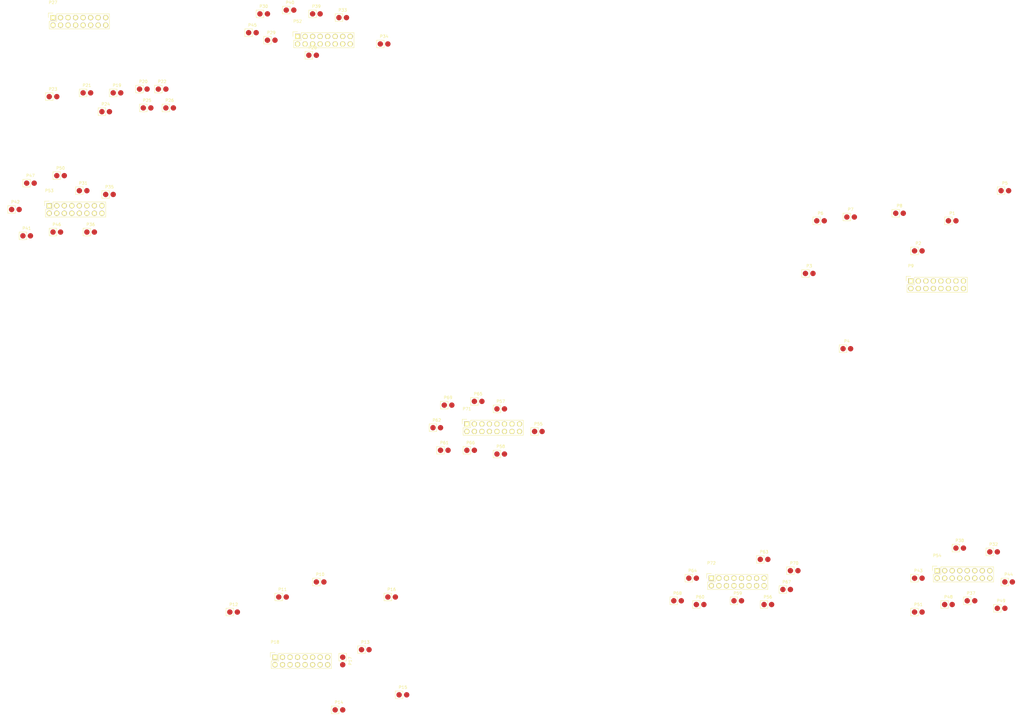
<source format=kicad_pcb>
(kicad_pcb (version 4) (host pcbnew 4.0.4-stable)

  (general
    (links 128)
    (no_connects 128)
    (area 0 0 0 0)
    (thickness 1.6)
    (drawings 0)
    (tracks 0)
    (zones 0)
    (modules 72)
    (nets 129)
  )

  (page A4)
  (layers
    (0 F.Cu signal)
    (31 B.Cu signal)
    (32 B.Adhes user)
    (33 F.Adhes user)
    (34 B.Paste user)
    (35 F.Paste user)
    (36 B.SilkS user)
    (37 F.SilkS user)
    (38 B.Mask user)
    (39 F.Mask user)
    (40 Dwgs.User user)
    (41 Cmts.User user)
    (42 Eco1.User user)
    (43 Eco2.User user)
    (44 Edge.Cuts user)
    (45 Margin user)
    (46 B.CrtYd user)
    (47 F.CrtYd user)
    (48 B.Fab user)
    (49 F.Fab user)
  )

  (setup
    (last_trace_width 0.25)
    (trace_clearance 0.2)
    (zone_clearance 0.508)
    (zone_45_only no)
    (trace_min 0.2)
    (segment_width 0.2)
    (edge_width 0.1)
    (via_size 0.6)
    (via_drill 0.4)
    (via_min_size 0.4)
    (via_min_drill 0.3)
    (uvia_size 0.3)
    (uvia_drill 0.1)
    (uvias_allowed no)
    (uvia_min_size 0.2)
    (uvia_min_drill 0.1)
    (pcb_text_width 0.3)
    (pcb_text_size 1.5 1.5)
    (mod_edge_width 0.15)
    (mod_text_size 1 1)
    (mod_text_width 0.15)
    (pad_size 1.5 1.5)
    (pad_drill 0.6)
    (pad_to_mask_clearance 0)
    (aux_axis_origin 0 0)
    (visible_elements FFFFFF7F)
    (pcbplotparams
      (layerselection 0x00030_80000001)
      (usegerberextensions false)
      (excludeedgelayer true)
      (linewidth 0.100000)
      (plotframeref false)
      (viasonmask false)
      (mode 1)
      (useauxorigin false)
      (hpglpennumber 1)
      (hpglpenspeed 20)
      (hpglpendiameter 15)
      (hpglpenoverlay 2)
      (psnegative false)
      (psa4output false)
      (plotreference true)
      (plotvalue true)
      (plotinvisibletext false)
      (padsonsilk false)
      (subtractmaskfromsilk false)
      (outputformat 1)
      (mirror false)
      (drillshape 1)
      (scaleselection 1)
      (outputdirectory ""))
  )

  (net 0 "")
  (net 1 /CONN-A15)
  (net 2 /CONN-A16)
  (net 3 /CONN-A11)
  (net 4 /CONN-A12)
  (net 5 /CONN-A13)
  (net 6 /CONN-A14)
  (net 7 /CONN-A7)
  (net 8 /CONN-A8)
  (net 9 /CONN-A9)
  (net 10 /CONN-A10)
  (net 11 /CONN-A5)
  (net 12 /CONN-A6)
  (net 13 /CONN-A3)
  (net 14 /CONN-A4)
  (net 15 /CONN-A1)
  (net 16 /CONN-A2)
  (net 17 /CONN-B15)
  (net 18 /CONN-B16)
  (net 19 /CONN-B11)
  (net 20 /CONN-B12)
  (net 21 /CONN-B13)
  (net 22 /CONN-B14)
  (net 23 /CONN-B7)
  (net 24 /CONN-B8)
  (net 25 /CONN-B9)
  (net 26 /CONN-B10)
  (net 27 /CONN-B5)
  (net 28 /CONN-B6)
  (net 29 /CONN-B3)
  (net 30 /CONN-B4)
  (net 31 /CONN-B1)
  (net 32 /CONN-B2)
  (net 33 /CONN-C15)
  (net 34 /CONN-C16)
  (net 35 /CONN-C11)
  (net 36 /CONN-C12)
  (net 37 /CONN-C13)
  (net 38 /CONN-C14)
  (net 39 /CONN-C7)
  (net 40 /CONN-C8)
  (net 41 /CONN-C9)
  (net 42 /CONN-C10)
  (net 43 /CONN-C5)
  (net 44 /CONN-C6)
  (net 45 /CONN-C3)
  (net 46 /CONN-C4)
  (net 47 /CONN-C1)
  (net 48 /CONN-C2)
  (net 49 /CONN-F15)
  (net 50 /CONN-F16)
  (net 51 /CONN-F11)
  (net 52 /CONN-F12)
  (net 53 /CONN-F13)
  (net 54 /CONN-F14)
  (net 55 /CONN-D15)
  (net 56 /CONN-D16)
  (net 57 /CONN-E15)
  (net 58 /CONN-E16)
  (net 59 /CONN-F7)
  (net 60 /CONN-F8)
  (net 61 /CONN-F9)
  (net 62 /CONN-F10)
  (net 63 /CONN-D11)
  (net 64 /CONN-D12)
  (net 65 /CONN-D13)
  (net 66 /CONN-D14)
  (net 67 /CONN-E11)
  (net 68 /CONN-E12)
  (net 69 /CONN-E13)
  (net 70 /CONN-E14)
  (net 71 /CONN-F5)
  (net 72 /CONN-F6)
  (net 73 /CONN-F3)
  (net 74 /CONN-F4)
  (net 75 /CONN-D7)
  (net 76 /CONN-D8)
  (net 77 /CONN-D9)
  (net 78 /CONN-D10)
  (net 79 /CONN-E7)
  (net 80 /CONN-E8)
  (net 81 /CONN-E9)
  (net 82 /CONN-E10)
  (net 83 /CONN-F1)
  (net 84 /CONN-F2)
  (net 85 /CONN-D5)
  (net 86 /CONN-D6)
  (net 87 /CONN-D3)
  (net 88 /CONN-D4)
  (net 89 /CONN-E5)
  (net 90 /CONN-E6)
  (net 91 /CONN-E3)
  (net 92 /CONN-E4)
  (net 93 /CONN-D1)
  (net 94 /CONN-D2)
  (net 95 /CONN-E1)
  (net 96 /CONN-E2)
  (net 97 /CONN-G15)
  (net 98 /CONN-G16)
  (net 99 /CONN-H15)
  (net 100 /CONN-H16)
  (net 101 /CONN-G11)
  (net 102 /CONN-G12)
  (net 103 /CONN-G13)
  (net 104 /CONN-G14)
  (net 105 /CONN-H11)
  (net 106 /CONN-H12)
  (net 107 /CONN-H13)
  (net 108 /CONN-H14)
  (net 109 /CONN-G7)
  (net 110 /CONN-G8)
  (net 111 /CONN-G9)
  (net 112 /CONN-G10)
  (net 113 /CONN-H7)
  (net 114 /CONN-H8)
  (net 115 /CONN-H9)
  (net 116 /CONN-H10)
  (net 117 /CONN-G5)
  (net 118 /CONN-G6)
  (net 119 /CONN-G3)
  (net 120 /CONN-G4)
  (net 121 /CONN-H5)
  (net 122 /CONN-H6)
  (net 123 /CONN-H3)
  (net 124 /CONN-H4)
  (net 125 /CONN-G1)
  (net 126 /CONN-G2)
  (net 127 /CONN-H1)
  (net 128 /CONN-H2)

  (net_class Default "This is the default net class."
    (clearance 0.2)
    (trace_width 0.25)
    (via_dia 0.6)
    (via_drill 0.4)
    (uvia_dia 0.3)
    (uvia_drill 0.1)
    (add_net /CONN-A1)
    (add_net /CONN-A10)
    (add_net /CONN-A11)
    (add_net /CONN-A12)
    (add_net /CONN-A13)
    (add_net /CONN-A14)
    (add_net /CONN-A15)
    (add_net /CONN-A16)
    (add_net /CONN-A2)
    (add_net /CONN-A3)
    (add_net /CONN-A4)
    (add_net /CONN-A5)
    (add_net /CONN-A6)
    (add_net /CONN-A7)
    (add_net /CONN-A8)
    (add_net /CONN-A9)
    (add_net /CONN-B1)
    (add_net /CONN-B10)
    (add_net /CONN-B11)
    (add_net /CONN-B12)
    (add_net /CONN-B13)
    (add_net /CONN-B14)
    (add_net /CONN-B15)
    (add_net /CONN-B16)
    (add_net /CONN-B2)
    (add_net /CONN-B3)
    (add_net /CONN-B4)
    (add_net /CONN-B5)
    (add_net /CONN-B6)
    (add_net /CONN-B7)
    (add_net /CONN-B8)
    (add_net /CONN-B9)
    (add_net /CONN-C1)
    (add_net /CONN-C10)
    (add_net /CONN-C11)
    (add_net /CONN-C12)
    (add_net /CONN-C13)
    (add_net /CONN-C14)
    (add_net /CONN-C15)
    (add_net /CONN-C16)
    (add_net /CONN-C2)
    (add_net /CONN-C3)
    (add_net /CONN-C4)
    (add_net /CONN-C5)
    (add_net /CONN-C6)
    (add_net /CONN-C7)
    (add_net /CONN-C8)
    (add_net /CONN-C9)
    (add_net /CONN-D1)
    (add_net /CONN-D10)
    (add_net /CONN-D11)
    (add_net /CONN-D12)
    (add_net /CONN-D13)
    (add_net /CONN-D14)
    (add_net /CONN-D15)
    (add_net /CONN-D16)
    (add_net /CONN-D2)
    (add_net /CONN-D3)
    (add_net /CONN-D4)
    (add_net /CONN-D5)
    (add_net /CONN-D6)
    (add_net /CONN-D7)
    (add_net /CONN-D8)
    (add_net /CONN-D9)
    (add_net /CONN-E1)
    (add_net /CONN-E10)
    (add_net /CONN-E11)
    (add_net /CONN-E12)
    (add_net /CONN-E13)
    (add_net /CONN-E14)
    (add_net /CONN-E15)
    (add_net /CONN-E16)
    (add_net /CONN-E2)
    (add_net /CONN-E3)
    (add_net /CONN-E4)
    (add_net /CONN-E5)
    (add_net /CONN-E6)
    (add_net /CONN-E7)
    (add_net /CONN-E8)
    (add_net /CONN-E9)
    (add_net /CONN-F1)
    (add_net /CONN-F10)
    (add_net /CONN-F11)
    (add_net /CONN-F12)
    (add_net /CONN-F13)
    (add_net /CONN-F14)
    (add_net /CONN-F15)
    (add_net /CONN-F16)
    (add_net /CONN-F2)
    (add_net /CONN-F3)
    (add_net /CONN-F4)
    (add_net /CONN-F5)
    (add_net /CONN-F6)
    (add_net /CONN-F7)
    (add_net /CONN-F8)
    (add_net /CONN-F9)
    (add_net /CONN-G1)
    (add_net /CONN-G10)
    (add_net /CONN-G11)
    (add_net /CONN-G12)
    (add_net /CONN-G13)
    (add_net /CONN-G14)
    (add_net /CONN-G15)
    (add_net /CONN-G16)
    (add_net /CONN-G2)
    (add_net /CONN-G3)
    (add_net /CONN-G4)
    (add_net /CONN-G5)
    (add_net /CONN-G6)
    (add_net /CONN-G7)
    (add_net /CONN-G8)
    (add_net /CONN-G9)
    (add_net /CONN-H1)
    (add_net /CONN-H10)
    (add_net /CONN-H11)
    (add_net /CONN-H12)
    (add_net /CONN-H13)
    (add_net /CONN-H14)
    (add_net /CONN-H15)
    (add_net /CONN-H16)
    (add_net /CONN-H2)
    (add_net /CONN-H3)
    (add_net /CONN-H4)
    (add_net /CONN-H5)
    (add_net /CONN-H6)
    (add_net /CONN-H7)
    (add_net /CONN-H8)
    (add_net /CONN-H9)
  )

  (module projectFootprints:2x1_pogo_pin (layer F.Cu) (tedit 580FB752) (tstamp 580FBC9D)
    (at 260.35 26.67)
    (path /581029EC)
    (fp_text reference P1 (at 0 -2.54) (layer F.SilkS)
      (effects (font (size 1 1) (thickness 0.15)))
    )
    (fp_text value 2x1_pogo_pin (at 0 2.54) (layer F.Fab)
      (effects (font (size 1 1) (thickness 0.15)))
    )
    (fp_line (start -2.54 -1.27) (end -2.54 1.27) (layer F.SilkS) (width 0.15))
    (fp_line (start -2.54 1.27) (end 0 1.27) (layer F.SilkS) (width 0.15))
    (fp_line (start 0 1.27) (end 0 -1.27) (layer F.SilkS) (width 0.15))
    (fp_line (start 0 -1.27) (end -2.54 -1.27) (layer F.SilkS) (width 0.15))
    (pad 1 smd circle (at -1.27 0) (size 1.83 1.83) (layers F.Cu F.Paste F.Mask)
      (net 1 /CONN-A15))
    (pad 2 smd circle (at 1.27 0) (size 1.83 1.83) (layers F.Cu F.Paste F.Mask)
      (net 2 /CONN-A16))
  )

  (module projectFootprints:2x1_pogo_pin (layer F.Cu) (tedit 580FB752) (tstamp 580FBCA7)
    (at 248.92 36.83)
    (path /58102B3A)
    (fp_text reference P2 (at 0 -2.54) (layer F.SilkS)
      (effects (font (size 1 1) (thickness 0.15)))
    )
    (fp_text value 2x1_pogo_pin (at 0 2.54) (layer F.Fab)
      (effects (font (size 1 1) (thickness 0.15)))
    )
    (fp_line (start -2.54 -1.27) (end -2.54 1.27) (layer F.SilkS) (width 0.15))
    (fp_line (start -2.54 1.27) (end 0 1.27) (layer F.SilkS) (width 0.15))
    (fp_line (start 0 1.27) (end 0 -1.27) (layer F.SilkS) (width 0.15))
    (fp_line (start 0 -1.27) (end -2.54 -1.27) (layer F.SilkS) (width 0.15))
    (pad 1 smd circle (at -1.27 0) (size 1.83 1.83) (layers F.Cu F.Paste F.Mask)
      (net 3 /CONN-A11))
    (pad 2 smd circle (at 1.27 0) (size 1.83 1.83) (layers F.Cu F.Paste F.Mask)
      (net 4 /CONN-A12))
  )

  (module projectFootprints:2x1_pogo_pin (layer F.Cu) (tedit 580FB752) (tstamp 580FBCB1)
    (at 212.09 44.45)
    (path /58102E6F)
    (fp_text reference P3 (at 0 -2.54) (layer F.SilkS)
      (effects (font (size 1 1) (thickness 0.15)))
    )
    (fp_text value 2x1_pogo_pin (at 0 2.54) (layer F.Fab)
      (effects (font (size 1 1) (thickness 0.15)))
    )
    (fp_line (start -2.54 -1.27) (end -2.54 1.27) (layer F.SilkS) (width 0.15))
    (fp_line (start -2.54 1.27) (end 0 1.27) (layer F.SilkS) (width 0.15))
    (fp_line (start 0 1.27) (end 0 -1.27) (layer F.SilkS) (width 0.15))
    (fp_line (start 0 -1.27) (end -2.54 -1.27) (layer F.SilkS) (width 0.15))
    (pad 1 smd circle (at -1.27 0) (size 1.83 1.83) (layers F.Cu F.Paste F.Mask)
      (net 5 /CONN-A13))
    (pad 2 smd circle (at 1.27 0) (size 1.83 1.83) (layers F.Cu F.Paste F.Mask)
      (net 6 /CONN-A14))
  )

  (module projectFootprints:2x1_pogo_pin (layer F.Cu) (tedit 580FB752) (tstamp 580FBCBB)
    (at 224.79 69.85)
    (path /58102BEE)
    (fp_text reference P4 (at 0 -2.54) (layer F.SilkS)
      (effects (font (size 1 1) (thickness 0.15)))
    )
    (fp_text value 2x1_pogo_pin (at 0 2.54) (layer F.Fab)
      (effects (font (size 1 1) (thickness 0.15)))
    )
    (fp_line (start -2.54 -1.27) (end -2.54 1.27) (layer F.SilkS) (width 0.15))
    (fp_line (start -2.54 1.27) (end 0 1.27) (layer F.SilkS) (width 0.15))
    (fp_line (start 0 1.27) (end 0 -1.27) (layer F.SilkS) (width 0.15))
    (fp_line (start 0 -1.27) (end -2.54 -1.27) (layer F.SilkS) (width 0.15))
    (pad 1 smd circle (at -1.27 0) (size 1.83 1.83) (layers F.Cu F.Paste F.Mask)
      (net 7 /CONN-A7))
    (pad 2 smd circle (at 1.27 0) (size 1.83 1.83) (layers F.Cu F.Paste F.Mask)
      (net 8 /CONN-A8))
  )

  (module projectFootprints:2x1_pogo_pin (layer F.Cu) (tedit 580FB752) (tstamp 580FBCC5)
    (at 278.13 16.51)
    (path /58102D99)
    (fp_text reference P5 (at 0 -2.54) (layer F.SilkS)
      (effects (font (size 1 1) (thickness 0.15)))
    )
    (fp_text value 2x1_pogo_pin (at 0 2.54) (layer F.Fab)
      (effects (font (size 1 1) (thickness 0.15)))
    )
    (fp_line (start -2.54 -1.27) (end -2.54 1.27) (layer F.SilkS) (width 0.15))
    (fp_line (start -2.54 1.27) (end 0 1.27) (layer F.SilkS) (width 0.15))
    (fp_line (start 0 1.27) (end 0 -1.27) (layer F.SilkS) (width 0.15))
    (fp_line (start 0 -1.27) (end -2.54 -1.27) (layer F.SilkS) (width 0.15))
    (pad 1 smd circle (at -1.27 0) (size 1.83 1.83) (layers F.Cu F.Paste F.Mask)
      (net 9 /CONN-A9))
    (pad 2 smd circle (at 1.27 0) (size 1.83 1.83) (layers F.Cu F.Paste F.Mask)
      (net 10 /CONN-A10))
  )

  (module projectFootprints:2x1_pogo_pin (layer F.Cu) (tedit 580FB752) (tstamp 580FBCCF)
    (at 215.9 26.67)
    (path /58102C75)
    (fp_text reference P6 (at 0 -2.54) (layer F.SilkS)
      (effects (font (size 1 1) (thickness 0.15)))
    )
    (fp_text value 2x1_pogo_pin (at 0 2.54) (layer F.Fab)
      (effects (font (size 1 1) (thickness 0.15)))
    )
    (fp_line (start -2.54 -1.27) (end -2.54 1.27) (layer F.SilkS) (width 0.15))
    (fp_line (start -2.54 1.27) (end 0 1.27) (layer F.SilkS) (width 0.15))
    (fp_line (start 0 1.27) (end 0 -1.27) (layer F.SilkS) (width 0.15))
    (fp_line (start 0 -1.27) (end -2.54 -1.27) (layer F.SilkS) (width 0.15))
    (pad 1 smd circle (at -1.27 0) (size 1.83 1.83) (layers F.Cu F.Paste F.Mask)
      (net 11 /CONN-A5))
    (pad 2 smd circle (at 1.27 0) (size 1.83 1.83) (layers F.Cu F.Paste F.Mask)
      (net 12 /CONN-A6))
  )

  (module projectFootprints:2x1_pogo_pin (layer F.Cu) (tedit 580FB752) (tstamp 580FBCD9)
    (at 226.06 25.4)
    (path /58102D55)
    (fp_text reference P7 (at 0 -2.54) (layer F.SilkS)
      (effects (font (size 1 1) (thickness 0.15)))
    )
    (fp_text value 2x1_pogo_pin (at 0 2.54) (layer F.Fab)
      (effects (font (size 1 1) (thickness 0.15)))
    )
    (fp_line (start -2.54 -1.27) (end -2.54 1.27) (layer F.SilkS) (width 0.15))
    (fp_line (start -2.54 1.27) (end 0 1.27) (layer F.SilkS) (width 0.15))
    (fp_line (start 0 1.27) (end 0 -1.27) (layer F.SilkS) (width 0.15))
    (fp_line (start 0 -1.27) (end -2.54 -1.27) (layer F.SilkS) (width 0.15))
    (pad 1 smd circle (at -1.27 0) (size 1.83 1.83) (layers F.Cu F.Paste F.Mask)
      (net 13 /CONN-A3))
    (pad 2 smd circle (at 1.27 0) (size 1.83 1.83) (layers F.Cu F.Paste F.Mask)
      (net 14 /CONN-A4))
  )

  (module projectFootprints:2x1_pogo_pin (layer F.Cu) (tedit 580FB752) (tstamp 580FBCE3)
    (at 242.57 24.13)
    (path /58102D03)
    (fp_text reference P8 (at 0 -2.54) (layer F.SilkS)
      (effects (font (size 1 1) (thickness 0.15)))
    )
    (fp_text value 2x1_pogo_pin (at 0 2.54) (layer F.Fab)
      (effects (font (size 1 1) (thickness 0.15)))
    )
    (fp_line (start -2.54 -1.27) (end -2.54 1.27) (layer F.SilkS) (width 0.15))
    (fp_line (start -2.54 1.27) (end 0 1.27) (layer F.SilkS) (width 0.15))
    (fp_line (start 0 1.27) (end 0 -1.27) (layer F.SilkS) (width 0.15))
    (fp_line (start 0 -1.27) (end -2.54 -1.27) (layer F.SilkS) (width 0.15))
    (pad 1 smd circle (at -1.27 0) (size 1.83 1.83) (layers F.Cu F.Paste F.Mask)
      (net 15 /CONN-A1))
    (pad 2 smd circle (at 1.27 0) (size 1.83 1.83) (layers F.Cu F.Paste F.Mask)
      (net 16 /CONN-A2))
  )

  (module Socket_Strips:Socket_Strip_Straight_2x08 (layer F.Cu) (tedit 0) (tstamp 580FBCF7)
    (at 246.38 46.99)
    (descr "Through hole socket strip")
    (tags "socket strip")
    (path /580FD6BB)
    (fp_text reference P9 (at 0 -5.1) (layer F.SilkS)
      (effects (font (size 1 1) (thickness 0.15)))
    )
    (fp_text value CONN_02X08 (at 0 -3.1) (layer F.Fab)
      (effects (font (size 1 1) (thickness 0.15)))
    )
    (fp_line (start -1.75 -1.75) (end -1.75 4.3) (layer F.CrtYd) (width 0.05))
    (fp_line (start 19.55 -1.75) (end 19.55 4.3) (layer F.CrtYd) (width 0.05))
    (fp_line (start -1.75 -1.75) (end 19.55 -1.75) (layer F.CrtYd) (width 0.05))
    (fp_line (start -1.75 4.3) (end 19.55 4.3) (layer F.CrtYd) (width 0.05))
    (fp_line (start 19.05 3.81) (end -1.27 3.81) (layer F.SilkS) (width 0.15))
    (fp_line (start 1.27 -1.27) (end 19.05 -1.27) (layer F.SilkS) (width 0.15))
    (fp_line (start 19.05 3.81) (end 19.05 -1.27) (layer F.SilkS) (width 0.15))
    (fp_line (start -1.27 3.81) (end -1.27 1.27) (layer F.SilkS) (width 0.15))
    (fp_line (start 0 -1.55) (end -1.55 -1.55) (layer F.SilkS) (width 0.15))
    (fp_line (start -1.27 1.27) (end 1.27 1.27) (layer F.SilkS) (width 0.15))
    (fp_line (start 1.27 1.27) (end 1.27 -1.27) (layer F.SilkS) (width 0.15))
    (fp_line (start -1.55 -1.55) (end -1.55 0) (layer F.SilkS) (width 0.15))
    (pad 1 thru_hole rect (at 0 0) (size 1.7272 1.7272) (drill 1.016) (layers *.Cu *.Mask F.SilkS)
      (net 15 /CONN-A1))
    (pad 2 thru_hole oval (at 0 2.54) (size 1.7272 1.7272) (drill 1.016) (layers *.Cu *.Mask F.SilkS)
      (net 16 /CONN-A2))
    (pad 3 thru_hole oval (at 2.54 0) (size 1.7272 1.7272) (drill 1.016) (layers *.Cu *.Mask F.SilkS)
      (net 13 /CONN-A3))
    (pad 4 thru_hole oval (at 2.54 2.54) (size 1.7272 1.7272) (drill 1.016) (layers *.Cu *.Mask F.SilkS)
      (net 14 /CONN-A4))
    (pad 5 thru_hole oval (at 5.08 0) (size 1.7272 1.7272) (drill 1.016) (layers *.Cu *.Mask F.SilkS)
      (net 11 /CONN-A5))
    (pad 6 thru_hole oval (at 5.08 2.54) (size 1.7272 1.7272) (drill 1.016) (layers *.Cu *.Mask F.SilkS)
      (net 12 /CONN-A6))
    (pad 7 thru_hole oval (at 7.62 0) (size 1.7272 1.7272) (drill 1.016) (layers *.Cu *.Mask F.SilkS)
      (net 7 /CONN-A7))
    (pad 8 thru_hole oval (at 7.62 2.54) (size 1.7272 1.7272) (drill 1.016) (layers *.Cu *.Mask F.SilkS)
      (net 8 /CONN-A8))
    (pad 9 thru_hole oval (at 10.16 0) (size 1.7272 1.7272) (drill 1.016) (layers *.Cu *.Mask F.SilkS)
      (net 9 /CONN-A9))
    (pad 10 thru_hole oval (at 10.16 2.54) (size 1.7272 1.7272) (drill 1.016) (layers *.Cu *.Mask F.SilkS)
      (net 10 /CONN-A10))
    (pad 11 thru_hole oval (at 12.7 0) (size 1.7272 1.7272) (drill 1.016) (layers *.Cu *.Mask F.SilkS)
      (net 3 /CONN-A11))
    (pad 12 thru_hole oval (at 12.7 2.54) (size 1.7272 1.7272) (drill 1.016) (layers *.Cu *.Mask F.SilkS)
      (net 4 /CONN-A12))
    (pad 13 thru_hole oval (at 15.24 0) (size 1.7272 1.7272) (drill 1.016) (layers *.Cu *.Mask F.SilkS)
      (net 5 /CONN-A13))
    (pad 14 thru_hole oval (at 15.24 2.54) (size 1.7272 1.7272) (drill 1.016) (layers *.Cu *.Mask F.SilkS)
      (net 6 /CONN-A14))
    (pad 15 thru_hole oval (at 17.78 0) (size 1.7272 1.7272) (drill 1.016) (layers *.Cu *.Mask F.SilkS)
      (net 1 /CONN-A15))
    (pad 16 thru_hole oval (at 17.78 2.54) (size 1.7272 1.7272) (drill 1.016) (layers *.Cu *.Mask F.SilkS)
      (net 2 /CONN-A16))
    (model Socket_Strips.3dshapes/Socket_Strip_Straight_2x08.wrl
      (at (xyz 0.35 -0.05 0))
      (scale (xyz 1 1 1))
      (rotate (xyz 0 0 180))
    )
  )

  (module projectFootprints:2x1_pogo_pin (layer F.Cu) (tedit 580FB752) (tstamp 580FBD01)
    (at 46.99 148.59)
    (path /5810C28E)
    (fp_text reference P10 (at 0 -2.54) (layer F.SilkS)
      (effects (font (size 1 1) (thickness 0.15)))
    )
    (fp_text value 2x1_pogo_pin (at 0 2.54) (layer F.Fab)
      (effects (font (size 1 1) (thickness 0.15)))
    )
    (fp_line (start -2.54 -1.27) (end -2.54 1.27) (layer F.SilkS) (width 0.15))
    (fp_line (start -2.54 1.27) (end 0 1.27) (layer F.SilkS) (width 0.15))
    (fp_line (start 0 1.27) (end 0 -1.27) (layer F.SilkS) (width 0.15))
    (fp_line (start 0 -1.27) (end -2.54 -1.27) (layer F.SilkS) (width 0.15))
    (pad 1 smd circle (at -1.27 0) (size 1.83 1.83) (layers F.Cu F.Paste F.Mask)
      (net 17 /CONN-B15))
    (pad 2 smd circle (at 1.27 0) (size 1.83 1.83) (layers F.Cu F.Paste F.Mask)
      (net 18 /CONN-B16))
  )

  (module projectFootprints:2x1_pogo_pin (layer F.Cu) (tedit 580FB752) (tstamp 580FBD0B)
    (at 34.29 153.67)
    (path /5810C296)
    (fp_text reference P11 (at 0 -2.54) (layer F.SilkS)
      (effects (font (size 1 1) (thickness 0.15)))
    )
    (fp_text value 2x1_pogo_pin (at 0 2.54) (layer F.Fab)
      (effects (font (size 1 1) (thickness 0.15)))
    )
    (fp_line (start -2.54 -1.27) (end -2.54 1.27) (layer F.SilkS) (width 0.15))
    (fp_line (start -2.54 1.27) (end 0 1.27) (layer F.SilkS) (width 0.15))
    (fp_line (start 0 1.27) (end 0 -1.27) (layer F.SilkS) (width 0.15))
    (fp_line (start 0 -1.27) (end -2.54 -1.27) (layer F.SilkS) (width 0.15))
    (pad 1 smd circle (at -1.27 0) (size 1.83 1.83) (layers F.Cu F.Paste F.Mask)
      (net 19 /CONN-B11))
    (pad 2 smd circle (at 1.27 0) (size 1.83 1.83) (layers F.Cu F.Paste F.Mask)
      (net 20 /CONN-B12))
  )

  (module projectFootprints:2x1_pogo_pin (layer F.Cu) (tedit 580FB752) (tstamp 580FBD15)
    (at 17.78 158.75)
    (path /5810C2C6)
    (fp_text reference P12 (at 0 -2.54) (layer F.SilkS)
      (effects (font (size 1 1) (thickness 0.15)))
    )
    (fp_text value 2x1_pogo_pin (at 0 2.54) (layer F.Fab)
      (effects (font (size 1 1) (thickness 0.15)))
    )
    (fp_line (start -2.54 -1.27) (end -2.54 1.27) (layer F.SilkS) (width 0.15))
    (fp_line (start -2.54 1.27) (end 0 1.27) (layer F.SilkS) (width 0.15))
    (fp_line (start 0 1.27) (end 0 -1.27) (layer F.SilkS) (width 0.15))
    (fp_line (start 0 -1.27) (end -2.54 -1.27) (layer F.SilkS) (width 0.15))
    (pad 1 smd circle (at -1.27 0) (size 1.83 1.83) (layers F.Cu F.Paste F.Mask)
      (net 21 /CONN-B13))
    (pad 2 smd circle (at 1.27 0) (size 1.83 1.83) (layers F.Cu F.Paste F.Mask)
      (net 22 /CONN-B14))
  )

  (module projectFootprints:2x1_pogo_pin (layer F.Cu) (tedit 580FB752) (tstamp 580FBD1F)
    (at 62.23 171.45)
    (path /5810C29E)
    (fp_text reference P13 (at 0 -2.54) (layer F.SilkS)
      (effects (font (size 1 1) (thickness 0.15)))
    )
    (fp_text value 2x1_pogo_pin (at 0 2.54) (layer F.Fab)
      (effects (font (size 1 1) (thickness 0.15)))
    )
    (fp_line (start -2.54 -1.27) (end -2.54 1.27) (layer F.SilkS) (width 0.15))
    (fp_line (start -2.54 1.27) (end 0 1.27) (layer F.SilkS) (width 0.15))
    (fp_line (start 0 1.27) (end 0 -1.27) (layer F.SilkS) (width 0.15))
    (fp_line (start 0 -1.27) (end -2.54 -1.27) (layer F.SilkS) (width 0.15))
    (pad 1 smd circle (at -1.27 0) (size 1.83 1.83) (layers F.Cu F.Paste F.Mask)
      (net 23 /CONN-B7))
    (pad 2 smd circle (at 1.27 0) (size 1.83 1.83) (layers F.Cu F.Paste F.Mask)
      (net 24 /CONN-B8))
  )

  (module projectFootprints:2x1_pogo_pin (layer F.Cu) (tedit 580FB752) (tstamp 580FBD29)
    (at 53.34 191.77)
    (path /5810C2BE)
    (fp_text reference P14 (at 0 -2.54) (layer F.SilkS)
      (effects (font (size 1 1) (thickness 0.15)))
    )
    (fp_text value 2x1_pogo_pin (at 0 2.54) (layer F.Fab)
      (effects (font (size 1 1) (thickness 0.15)))
    )
    (fp_line (start -2.54 -1.27) (end -2.54 1.27) (layer F.SilkS) (width 0.15))
    (fp_line (start -2.54 1.27) (end 0 1.27) (layer F.SilkS) (width 0.15))
    (fp_line (start 0 1.27) (end 0 -1.27) (layer F.SilkS) (width 0.15))
    (fp_line (start 0 -1.27) (end -2.54 -1.27) (layer F.SilkS) (width 0.15))
    (pad 1 smd circle (at -1.27 0) (size 1.83 1.83) (layers F.Cu F.Paste F.Mask)
      (net 25 /CONN-B9))
    (pad 2 smd circle (at 1.27 0) (size 1.83 1.83) (layers F.Cu F.Paste F.Mask)
      (net 26 /CONN-B10))
  )

  (module projectFootprints:2x1_pogo_pin (layer F.Cu) (tedit 580FB752) (tstamp 580FBD33)
    (at 74.93 186.69)
    (path /5810C2A6)
    (fp_text reference P15 (at 0 -2.54) (layer F.SilkS)
      (effects (font (size 1 1) (thickness 0.15)))
    )
    (fp_text value 2x1_pogo_pin (at 0 2.54) (layer F.Fab)
      (effects (font (size 1 1) (thickness 0.15)))
    )
    (fp_line (start -2.54 -1.27) (end -2.54 1.27) (layer F.SilkS) (width 0.15))
    (fp_line (start -2.54 1.27) (end 0 1.27) (layer F.SilkS) (width 0.15))
    (fp_line (start 0 1.27) (end 0 -1.27) (layer F.SilkS) (width 0.15))
    (fp_line (start 0 -1.27) (end -2.54 -1.27) (layer F.SilkS) (width 0.15))
    (pad 1 smd circle (at -1.27 0) (size 1.83 1.83) (layers F.Cu F.Paste F.Mask)
      (net 27 /CONN-B5))
    (pad 2 smd circle (at 1.27 0) (size 1.83 1.83) (layers F.Cu F.Paste F.Mask)
      (net 28 /CONN-B6))
  )

  (module projectFootprints:2x1_pogo_pin (layer F.Cu) (tedit 580FB752) (tstamp 580FBD3D)
    (at 71.12 153.67)
    (path /5810C2B6)
    (fp_text reference P16 (at 0 -2.54) (layer F.SilkS)
      (effects (font (size 1 1) (thickness 0.15)))
    )
    (fp_text value 2x1_pogo_pin (at 0 2.54) (layer F.Fab)
      (effects (font (size 1 1) (thickness 0.15)))
    )
    (fp_line (start -2.54 -1.27) (end -2.54 1.27) (layer F.SilkS) (width 0.15))
    (fp_line (start -2.54 1.27) (end 0 1.27) (layer F.SilkS) (width 0.15))
    (fp_line (start 0 1.27) (end 0 -1.27) (layer F.SilkS) (width 0.15))
    (fp_line (start 0 -1.27) (end -2.54 -1.27) (layer F.SilkS) (width 0.15))
    (pad 1 smd circle (at -1.27 0) (size 1.83 1.83) (layers F.Cu F.Paste F.Mask)
      (net 29 /CONN-B3))
    (pad 2 smd circle (at 1.27 0) (size 1.83 1.83) (layers F.Cu F.Paste F.Mask)
      (net 30 /CONN-B4))
  )

  (module projectFootprints:2x1_pogo_pin (layer F.Cu) (tedit 580FB752) (tstamp 580FBD47)
    (at 54.61 175.26 270)
    (path /5810C2AE)
    (fp_text reference P17 (at 0 -2.54 270) (layer F.SilkS)
      (effects (font (size 1 1) (thickness 0.15)))
    )
    (fp_text value 2x1_pogo_pin (at 0 2.54 270) (layer F.Fab)
      (effects (font (size 1 1) (thickness 0.15)))
    )
    (fp_line (start -2.54 -1.27) (end -2.54 1.27) (layer F.SilkS) (width 0.15))
    (fp_line (start -2.54 1.27) (end 0 1.27) (layer F.SilkS) (width 0.15))
    (fp_line (start 0 1.27) (end 0 -1.27) (layer F.SilkS) (width 0.15))
    (fp_line (start 0 -1.27) (end -2.54 -1.27) (layer F.SilkS) (width 0.15))
    (pad 1 smd circle (at -1.27 0 270) (size 1.83 1.83) (layers F.Cu F.Paste F.Mask)
      (net 31 /CONN-B1))
    (pad 2 smd circle (at 1.27 0 270) (size 1.83 1.83) (layers F.Cu F.Paste F.Mask)
      (net 32 /CONN-B2))
  )

  (module Socket_Strips:Socket_Strip_Straight_2x08 (layer F.Cu) (tedit 0) (tstamp 580FBD5B)
    (at 31.75 173.99)
    (descr "Through hole socket strip")
    (tags "socket strip")
    (path /5810C266)
    (fp_text reference P18 (at 0 -5.1) (layer F.SilkS)
      (effects (font (size 1 1) (thickness 0.15)))
    )
    (fp_text value CONN_02X08 (at 0 -3.1) (layer F.Fab)
      (effects (font (size 1 1) (thickness 0.15)))
    )
    (fp_line (start -1.75 -1.75) (end -1.75 4.3) (layer F.CrtYd) (width 0.05))
    (fp_line (start 19.55 -1.75) (end 19.55 4.3) (layer F.CrtYd) (width 0.05))
    (fp_line (start -1.75 -1.75) (end 19.55 -1.75) (layer F.CrtYd) (width 0.05))
    (fp_line (start -1.75 4.3) (end 19.55 4.3) (layer F.CrtYd) (width 0.05))
    (fp_line (start 19.05 3.81) (end -1.27 3.81) (layer F.SilkS) (width 0.15))
    (fp_line (start 1.27 -1.27) (end 19.05 -1.27) (layer F.SilkS) (width 0.15))
    (fp_line (start 19.05 3.81) (end 19.05 -1.27) (layer F.SilkS) (width 0.15))
    (fp_line (start -1.27 3.81) (end -1.27 1.27) (layer F.SilkS) (width 0.15))
    (fp_line (start 0 -1.55) (end -1.55 -1.55) (layer F.SilkS) (width 0.15))
    (fp_line (start -1.27 1.27) (end 1.27 1.27) (layer F.SilkS) (width 0.15))
    (fp_line (start 1.27 1.27) (end 1.27 -1.27) (layer F.SilkS) (width 0.15))
    (fp_line (start -1.55 -1.55) (end -1.55 0) (layer F.SilkS) (width 0.15))
    (pad 1 thru_hole rect (at 0 0) (size 1.7272 1.7272) (drill 1.016) (layers *.Cu *.Mask F.SilkS)
      (net 31 /CONN-B1))
    (pad 2 thru_hole oval (at 0 2.54) (size 1.7272 1.7272) (drill 1.016) (layers *.Cu *.Mask F.SilkS)
      (net 32 /CONN-B2))
    (pad 3 thru_hole oval (at 2.54 0) (size 1.7272 1.7272) (drill 1.016) (layers *.Cu *.Mask F.SilkS)
      (net 29 /CONN-B3))
    (pad 4 thru_hole oval (at 2.54 2.54) (size 1.7272 1.7272) (drill 1.016) (layers *.Cu *.Mask F.SilkS)
      (net 30 /CONN-B4))
    (pad 5 thru_hole oval (at 5.08 0) (size 1.7272 1.7272) (drill 1.016) (layers *.Cu *.Mask F.SilkS)
      (net 27 /CONN-B5))
    (pad 6 thru_hole oval (at 5.08 2.54) (size 1.7272 1.7272) (drill 1.016) (layers *.Cu *.Mask F.SilkS)
      (net 28 /CONN-B6))
    (pad 7 thru_hole oval (at 7.62 0) (size 1.7272 1.7272) (drill 1.016) (layers *.Cu *.Mask F.SilkS)
      (net 23 /CONN-B7))
    (pad 8 thru_hole oval (at 7.62 2.54) (size 1.7272 1.7272) (drill 1.016) (layers *.Cu *.Mask F.SilkS)
      (net 24 /CONN-B8))
    (pad 9 thru_hole oval (at 10.16 0) (size 1.7272 1.7272) (drill 1.016) (layers *.Cu *.Mask F.SilkS)
      (net 25 /CONN-B9))
    (pad 10 thru_hole oval (at 10.16 2.54) (size 1.7272 1.7272) (drill 1.016) (layers *.Cu *.Mask F.SilkS)
      (net 26 /CONN-B10))
    (pad 11 thru_hole oval (at 12.7 0) (size 1.7272 1.7272) (drill 1.016) (layers *.Cu *.Mask F.SilkS)
      (net 19 /CONN-B11))
    (pad 12 thru_hole oval (at 12.7 2.54) (size 1.7272 1.7272) (drill 1.016) (layers *.Cu *.Mask F.SilkS)
      (net 20 /CONN-B12))
    (pad 13 thru_hole oval (at 15.24 0) (size 1.7272 1.7272) (drill 1.016) (layers *.Cu *.Mask F.SilkS)
      (net 21 /CONN-B13))
    (pad 14 thru_hole oval (at 15.24 2.54) (size 1.7272 1.7272) (drill 1.016) (layers *.Cu *.Mask F.SilkS)
      (net 22 /CONN-B14))
    (pad 15 thru_hole oval (at 17.78 0) (size 1.7272 1.7272) (drill 1.016) (layers *.Cu *.Mask F.SilkS)
      (net 17 /CONN-B15))
    (pad 16 thru_hole oval (at 17.78 2.54) (size 1.7272 1.7272) (drill 1.016) (layers *.Cu *.Mask F.SilkS)
      (net 18 /CONN-B16))
    (model Socket_Strips.3dshapes/Socket_Strip_Straight_2x08.wrl
      (at (xyz 0.35 -0.05 0))
      (scale (xyz 1 1 1))
      (rotate (xyz 0 0 180))
    )
  )

  (module myparts:2x1_pogo_pin (layer F.Cu) (tedit 580FB752) (tstamp 580FEDE5)
    (at -21.59 -16.51)
    (descr ${KIPRJMOD}/../datasheets/mill-max-spring-pin.pdf)
    (path /5810EA02)
    (fp_text reference P19 (at 0 -2.54) (layer F.SilkS)
      (effects (font (size 1 1) (thickness 0.15)))
    )
    (fp_text value 2x1_pogo_pin (at 0 2.54) (layer F.Fab)
      (effects (font (size 1 1) (thickness 0.15)))
    )
    (fp_line (start -2.54 -1.27) (end -2.54 1.27) (layer F.SilkS) (width 0.15))
    (fp_line (start -2.54 1.27) (end 0 1.27) (layer F.SilkS) (width 0.15))
    (fp_line (start 0 1.27) (end 0 -1.27) (layer F.SilkS) (width 0.15))
    (fp_line (start 0 -1.27) (end -2.54 -1.27) (layer F.SilkS) (width 0.15))
    (pad 1 smd circle (at -1.27 0) (size 1.83 1.83) (layers F.Cu F.Paste F.Mask)
      (net 33 /CONN-C15))
    (pad 2 smd circle (at 1.27 0) (size 1.83 1.83) (layers F.Cu F.Paste F.Mask)
      (net 34 /CONN-C16))
    (model ${KIPRJMOD}/myparts.3dshapes/mill-max-812-22-002-30-007101.wrl
      (at (xyz -0.08799999999999999 -0.05 0.126))
      (scale (xyz 393.7008 393.7008 393.7008))
      (rotate (xyz -90 0 0))
    )
  )

  (module myparts:2x1_pogo_pin (layer F.Cu) (tedit 580FB752) (tstamp 580FEDEB)
    (at -12.7 -17.78)
    (descr ${KIPRJMOD}/../datasheets/mill-max-spring-pin.pdf)
    (path /5810EA0A)
    (fp_text reference P20 (at 0 -2.54) (layer F.SilkS)
      (effects (font (size 1 1) (thickness 0.15)))
    )
    (fp_text value 2x1_pogo_pin (at 0 2.54) (layer F.Fab)
      (effects (font (size 1 1) (thickness 0.15)))
    )
    (fp_line (start -2.54 -1.27) (end -2.54 1.27) (layer F.SilkS) (width 0.15))
    (fp_line (start -2.54 1.27) (end 0 1.27) (layer F.SilkS) (width 0.15))
    (fp_line (start 0 1.27) (end 0 -1.27) (layer F.SilkS) (width 0.15))
    (fp_line (start 0 -1.27) (end -2.54 -1.27) (layer F.SilkS) (width 0.15))
    (pad 1 smd circle (at -1.27 0) (size 1.83 1.83) (layers F.Cu F.Paste F.Mask)
      (net 35 /CONN-C11))
    (pad 2 smd circle (at 1.27 0) (size 1.83 1.83) (layers F.Cu F.Paste F.Mask)
      (net 36 /CONN-C12))
    (model ${KIPRJMOD}/myparts.3dshapes/mill-max-812-22-002-30-007101.wrl
      (at (xyz -0.08799999999999999 -0.05 0.126))
      (scale (xyz 393.7008 393.7008 393.7008))
      (rotate (xyz -90 0 0))
    )
  )

  (module myparts:2x1_pogo_pin (layer F.Cu) (tedit 580FB752) (tstamp 580FEDF1)
    (at -31.75 -16.51)
    (descr ${KIPRJMOD}/../datasheets/mill-max-spring-pin.pdf)
    (path /5810EA3A)
    (fp_text reference P21 (at 0 -2.54) (layer F.SilkS)
      (effects (font (size 1 1) (thickness 0.15)))
    )
    (fp_text value 2x1_pogo_pin (at 0 2.54) (layer F.Fab)
      (effects (font (size 1 1) (thickness 0.15)))
    )
    (fp_line (start -2.54 -1.27) (end -2.54 1.27) (layer F.SilkS) (width 0.15))
    (fp_line (start -2.54 1.27) (end 0 1.27) (layer F.SilkS) (width 0.15))
    (fp_line (start 0 1.27) (end 0 -1.27) (layer F.SilkS) (width 0.15))
    (fp_line (start 0 -1.27) (end -2.54 -1.27) (layer F.SilkS) (width 0.15))
    (pad 1 smd circle (at -1.27 0) (size 1.83 1.83) (layers F.Cu F.Paste F.Mask)
      (net 37 /CONN-C13))
    (pad 2 smd circle (at 1.27 0) (size 1.83 1.83) (layers F.Cu F.Paste F.Mask)
      (net 38 /CONN-C14))
    (model ${KIPRJMOD}/myparts.3dshapes/mill-max-812-22-002-30-007101.wrl
      (at (xyz -0.08799999999999999 -0.05 0.126))
      (scale (xyz 393.7008 393.7008 393.7008))
      (rotate (xyz -90 0 0))
    )
  )

  (module myparts:2x1_pogo_pin (layer F.Cu) (tedit 580FB752) (tstamp 580FEDF7)
    (at -6.35 -17.78)
    (descr ${KIPRJMOD}/../datasheets/mill-max-spring-pin.pdf)
    (path /5810EA12)
    (fp_text reference P22 (at 0 -2.54) (layer F.SilkS)
      (effects (font (size 1 1) (thickness 0.15)))
    )
    (fp_text value 2x1_pogo_pin (at 0 2.54) (layer F.Fab)
      (effects (font (size 1 1) (thickness 0.15)))
    )
    (fp_line (start -2.54 -1.27) (end -2.54 1.27) (layer F.SilkS) (width 0.15))
    (fp_line (start -2.54 1.27) (end 0 1.27) (layer F.SilkS) (width 0.15))
    (fp_line (start 0 1.27) (end 0 -1.27) (layer F.SilkS) (width 0.15))
    (fp_line (start 0 -1.27) (end -2.54 -1.27) (layer F.SilkS) (width 0.15))
    (pad 1 smd circle (at -1.27 0) (size 1.83 1.83) (layers F.Cu F.Paste F.Mask)
      (net 39 /CONN-C7))
    (pad 2 smd circle (at 1.27 0) (size 1.83 1.83) (layers F.Cu F.Paste F.Mask)
      (net 40 /CONN-C8))
    (model ${KIPRJMOD}/myparts.3dshapes/mill-max-812-22-002-30-007101.wrl
      (at (xyz -0.08799999999999999 -0.05 0.126))
      (scale (xyz 393.7008 393.7008 393.7008))
      (rotate (xyz -90 0 0))
    )
  )

  (module myparts:2x1_pogo_pin (layer F.Cu) (tedit 580FB752) (tstamp 580FEDFD)
    (at -43.18 -15.24)
    (descr ${KIPRJMOD}/../datasheets/mill-max-spring-pin.pdf)
    (path /5810EA32)
    (fp_text reference P23 (at 0 -2.54) (layer F.SilkS)
      (effects (font (size 1 1) (thickness 0.15)))
    )
    (fp_text value 2x1_pogo_pin (at 0 2.54) (layer F.Fab)
      (effects (font (size 1 1) (thickness 0.15)))
    )
    (fp_line (start -2.54 -1.27) (end -2.54 1.27) (layer F.SilkS) (width 0.15))
    (fp_line (start -2.54 1.27) (end 0 1.27) (layer F.SilkS) (width 0.15))
    (fp_line (start 0 1.27) (end 0 -1.27) (layer F.SilkS) (width 0.15))
    (fp_line (start 0 -1.27) (end -2.54 -1.27) (layer F.SilkS) (width 0.15))
    (pad 1 smd circle (at -1.27 0) (size 1.83 1.83) (layers F.Cu F.Paste F.Mask)
      (net 41 /CONN-C9))
    (pad 2 smd circle (at 1.27 0) (size 1.83 1.83) (layers F.Cu F.Paste F.Mask)
      (net 42 /CONN-C10))
    (model ${KIPRJMOD}/myparts.3dshapes/mill-max-812-22-002-30-007101.wrl
      (at (xyz -0.08799999999999999 -0.05 0.126))
      (scale (xyz 393.7008 393.7008 393.7008))
      (rotate (xyz -90 0 0))
    )
  )

  (module myparts:2x1_pogo_pin (layer F.Cu) (tedit 580FB752) (tstamp 580FEE03)
    (at -25.4 -10.16)
    (descr ${KIPRJMOD}/../datasheets/mill-max-spring-pin.pdf)
    (path /5810EA1A)
    (fp_text reference P24 (at 0 -2.54) (layer F.SilkS)
      (effects (font (size 1 1) (thickness 0.15)))
    )
    (fp_text value 2x1_pogo_pin (at 0 2.54) (layer F.Fab)
      (effects (font (size 1 1) (thickness 0.15)))
    )
    (fp_line (start -2.54 -1.27) (end -2.54 1.27) (layer F.SilkS) (width 0.15))
    (fp_line (start -2.54 1.27) (end 0 1.27) (layer F.SilkS) (width 0.15))
    (fp_line (start 0 1.27) (end 0 -1.27) (layer F.SilkS) (width 0.15))
    (fp_line (start 0 -1.27) (end -2.54 -1.27) (layer F.SilkS) (width 0.15))
    (pad 1 smd circle (at -1.27 0) (size 1.83 1.83) (layers F.Cu F.Paste F.Mask)
      (net 43 /CONN-C5))
    (pad 2 smd circle (at 1.27 0) (size 1.83 1.83) (layers F.Cu F.Paste F.Mask)
      (net 44 /CONN-C6))
    (model ${KIPRJMOD}/myparts.3dshapes/mill-max-812-22-002-30-007101.wrl
      (at (xyz -0.08799999999999999 -0.05 0.126))
      (scale (xyz 393.7008 393.7008 393.7008))
      (rotate (xyz -90 0 0))
    )
  )

  (module myparts:2x1_pogo_pin (layer F.Cu) (tedit 580FB752) (tstamp 580FEE09)
    (at -11.43 -11.43)
    (descr ${KIPRJMOD}/../datasheets/mill-max-spring-pin.pdf)
    (path /5810EA2A)
    (fp_text reference P25 (at 0 -2.54) (layer F.SilkS)
      (effects (font (size 1 1) (thickness 0.15)))
    )
    (fp_text value 2x1_pogo_pin (at 0 2.54) (layer F.Fab)
      (effects (font (size 1 1) (thickness 0.15)))
    )
    (fp_line (start -2.54 -1.27) (end -2.54 1.27) (layer F.SilkS) (width 0.15))
    (fp_line (start -2.54 1.27) (end 0 1.27) (layer F.SilkS) (width 0.15))
    (fp_line (start 0 1.27) (end 0 -1.27) (layer F.SilkS) (width 0.15))
    (fp_line (start 0 -1.27) (end -2.54 -1.27) (layer F.SilkS) (width 0.15))
    (pad 1 smd circle (at -1.27 0) (size 1.83 1.83) (layers F.Cu F.Paste F.Mask)
      (net 45 /CONN-C3))
    (pad 2 smd circle (at 1.27 0) (size 1.83 1.83) (layers F.Cu F.Paste F.Mask)
      (net 46 /CONN-C4))
    (model ${KIPRJMOD}/myparts.3dshapes/mill-max-812-22-002-30-007101.wrl
      (at (xyz -0.08799999999999999 -0.05 0.126))
      (scale (xyz 393.7008 393.7008 393.7008))
      (rotate (xyz -90 0 0))
    )
  )

  (module myparts:2x1_pogo_pin (layer F.Cu) (tedit 580FB752) (tstamp 580FEE0F)
    (at -3.81 -11.43)
    (descr ${KIPRJMOD}/../datasheets/mill-max-spring-pin.pdf)
    (path /5810EA22)
    (fp_text reference P26 (at 0 -2.54) (layer F.SilkS)
      (effects (font (size 1 1) (thickness 0.15)))
    )
    (fp_text value 2x1_pogo_pin (at 0 2.54) (layer F.Fab)
      (effects (font (size 1 1) (thickness 0.15)))
    )
    (fp_line (start -2.54 -1.27) (end -2.54 1.27) (layer F.SilkS) (width 0.15))
    (fp_line (start -2.54 1.27) (end 0 1.27) (layer F.SilkS) (width 0.15))
    (fp_line (start 0 1.27) (end 0 -1.27) (layer F.SilkS) (width 0.15))
    (fp_line (start 0 -1.27) (end -2.54 -1.27) (layer F.SilkS) (width 0.15))
    (pad 1 smd circle (at -1.27 0) (size 1.83 1.83) (layers F.Cu F.Paste F.Mask)
      (net 47 /CONN-C1))
    (pad 2 smd circle (at 1.27 0) (size 1.83 1.83) (layers F.Cu F.Paste F.Mask)
      (net 48 /CONN-C2))
    (model ${KIPRJMOD}/myparts.3dshapes/mill-max-812-22-002-30-007101.wrl
      (at (xyz -0.08799999999999999 -0.05 0.126))
      (scale (xyz 393.7008 393.7008 393.7008))
      (rotate (xyz -90 0 0))
    )
  )

  (module Socket_Strips:Socket_Strip_Straight_2x08 (layer F.Cu) (tedit 0) (tstamp 580FEE23)
    (at -43.18 -41.91)
    (descr "Through hole socket strip")
    (tags "socket strip")
    (path /5810E9DA)
    (fp_text reference P27 (at 0 -5.1) (layer F.SilkS)
      (effects (font (size 1 1) (thickness 0.15)))
    )
    (fp_text value CONN_02X08 (at 0 -3.1) (layer F.Fab)
      (effects (font (size 1 1) (thickness 0.15)))
    )
    (fp_line (start -1.75 -1.75) (end -1.75 4.3) (layer F.CrtYd) (width 0.05))
    (fp_line (start 19.55 -1.75) (end 19.55 4.3) (layer F.CrtYd) (width 0.05))
    (fp_line (start -1.75 -1.75) (end 19.55 -1.75) (layer F.CrtYd) (width 0.05))
    (fp_line (start -1.75 4.3) (end 19.55 4.3) (layer F.CrtYd) (width 0.05))
    (fp_line (start 19.05 3.81) (end -1.27 3.81) (layer F.SilkS) (width 0.15))
    (fp_line (start 1.27 -1.27) (end 19.05 -1.27) (layer F.SilkS) (width 0.15))
    (fp_line (start 19.05 3.81) (end 19.05 -1.27) (layer F.SilkS) (width 0.15))
    (fp_line (start -1.27 3.81) (end -1.27 1.27) (layer F.SilkS) (width 0.15))
    (fp_line (start 0 -1.55) (end -1.55 -1.55) (layer F.SilkS) (width 0.15))
    (fp_line (start -1.27 1.27) (end 1.27 1.27) (layer F.SilkS) (width 0.15))
    (fp_line (start 1.27 1.27) (end 1.27 -1.27) (layer F.SilkS) (width 0.15))
    (fp_line (start -1.55 -1.55) (end -1.55 0) (layer F.SilkS) (width 0.15))
    (pad 1 thru_hole rect (at 0 0) (size 1.7272 1.7272) (drill 1.016) (layers *.Cu *.Mask F.SilkS)
      (net 47 /CONN-C1))
    (pad 2 thru_hole oval (at 0 2.54) (size 1.7272 1.7272) (drill 1.016) (layers *.Cu *.Mask F.SilkS)
      (net 48 /CONN-C2))
    (pad 3 thru_hole oval (at 2.54 0) (size 1.7272 1.7272) (drill 1.016) (layers *.Cu *.Mask F.SilkS)
      (net 45 /CONN-C3))
    (pad 4 thru_hole oval (at 2.54 2.54) (size 1.7272 1.7272) (drill 1.016) (layers *.Cu *.Mask F.SilkS)
      (net 46 /CONN-C4))
    (pad 5 thru_hole oval (at 5.08 0) (size 1.7272 1.7272) (drill 1.016) (layers *.Cu *.Mask F.SilkS)
      (net 43 /CONN-C5))
    (pad 6 thru_hole oval (at 5.08 2.54) (size 1.7272 1.7272) (drill 1.016) (layers *.Cu *.Mask F.SilkS)
      (net 44 /CONN-C6))
    (pad 7 thru_hole oval (at 7.62 0) (size 1.7272 1.7272) (drill 1.016) (layers *.Cu *.Mask F.SilkS)
      (net 39 /CONN-C7))
    (pad 8 thru_hole oval (at 7.62 2.54) (size 1.7272 1.7272) (drill 1.016) (layers *.Cu *.Mask F.SilkS)
      (net 40 /CONN-C8))
    (pad 9 thru_hole oval (at 10.16 0) (size 1.7272 1.7272) (drill 1.016) (layers *.Cu *.Mask F.SilkS)
      (net 41 /CONN-C9))
    (pad 10 thru_hole oval (at 10.16 2.54) (size 1.7272 1.7272) (drill 1.016) (layers *.Cu *.Mask F.SilkS)
      (net 42 /CONN-C10))
    (pad 11 thru_hole oval (at 12.7 0) (size 1.7272 1.7272) (drill 1.016) (layers *.Cu *.Mask F.SilkS)
      (net 35 /CONN-C11))
    (pad 12 thru_hole oval (at 12.7 2.54) (size 1.7272 1.7272) (drill 1.016) (layers *.Cu *.Mask F.SilkS)
      (net 36 /CONN-C12))
    (pad 13 thru_hole oval (at 15.24 0) (size 1.7272 1.7272) (drill 1.016) (layers *.Cu *.Mask F.SilkS)
      (net 37 /CONN-C13))
    (pad 14 thru_hole oval (at 15.24 2.54) (size 1.7272 1.7272) (drill 1.016) (layers *.Cu *.Mask F.SilkS)
      (net 38 /CONN-C14))
    (pad 15 thru_hole oval (at 17.78 0) (size 1.7272 1.7272) (drill 1.016) (layers *.Cu *.Mask F.SilkS)
      (net 33 /CONN-C15))
    (pad 16 thru_hole oval (at 17.78 2.54) (size 1.7272 1.7272) (drill 1.016) (layers *.Cu *.Mask F.SilkS)
      (net 34 /CONN-C16))
    (model Socket_Strips.3dshapes/Socket_Strip_Straight_2x08.wrl
      (at (xyz 0.35 -0.05 0))
      (scale (xyz 1 1 1))
      (rotate (xyz 0 0 180))
    )
  )

  (module myparts:2x1_pogo_pin (layer F.Cu) (tedit 580FB752) (tstamp 580FEE29)
    (at 44.45 -29.21)
    (descr ${KIPRJMOD}/../datasheets/mill-max-spring-pin.pdf)
    (path /581162D6)
    (fp_text reference P28 (at 0 -2.54) (layer F.SilkS)
      (effects (font (size 1 1) (thickness 0.15)))
    )
    (fp_text value 2x1_pogo_pin (at 0 2.54) (layer F.Fab)
      (effects (font (size 1 1) (thickness 0.15)))
    )
    (fp_line (start -2.54 -1.27) (end -2.54 1.27) (layer F.SilkS) (width 0.15))
    (fp_line (start -2.54 1.27) (end 0 1.27) (layer F.SilkS) (width 0.15))
    (fp_line (start 0 1.27) (end 0 -1.27) (layer F.SilkS) (width 0.15))
    (fp_line (start 0 -1.27) (end -2.54 -1.27) (layer F.SilkS) (width 0.15))
    (pad 1 smd circle (at -1.27 0) (size 1.83 1.83) (layers F.Cu F.Paste F.Mask)
      (net 49 /CONN-F15))
    (pad 2 smd circle (at 1.27 0) (size 1.83 1.83) (layers F.Cu F.Paste F.Mask)
      (net 50 /CONN-F16))
    (model ${KIPRJMOD}/myparts.3dshapes/mill-max-812-22-002-30-007101.wrl
      (at (xyz -0.08799999999999999 -0.05 0.126))
      (scale (xyz 393.7008 393.7008 393.7008))
      (rotate (xyz -90 0 0))
    )
  )

  (module myparts:2x1_pogo_pin (layer F.Cu) (tedit 580FB752) (tstamp 580FEE2F)
    (at 30.48 -34.29)
    (descr ${KIPRJMOD}/../datasheets/mill-max-spring-pin.pdf)
    (path /581162DE)
    (fp_text reference P29 (at 0 -2.54) (layer F.SilkS)
      (effects (font (size 1 1) (thickness 0.15)))
    )
    (fp_text value 2x1_pogo_pin (at 0 2.54) (layer F.Fab)
      (effects (font (size 1 1) (thickness 0.15)))
    )
    (fp_line (start -2.54 -1.27) (end -2.54 1.27) (layer F.SilkS) (width 0.15))
    (fp_line (start -2.54 1.27) (end 0 1.27) (layer F.SilkS) (width 0.15))
    (fp_line (start 0 1.27) (end 0 -1.27) (layer F.SilkS) (width 0.15))
    (fp_line (start 0 -1.27) (end -2.54 -1.27) (layer F.SilkS) (width 0.15))
    (pad 1 smd circle (at -1.27 0) (size 1.83 1.83) (layers F.Cu F.Paste F.Mask)
      (net 51 /CONN-F11))
    (pad 2 smd circle (at 1.27 0) (size 1.83 1.83) (layers F.Cu F.Paste F.Mask)
      (net 52 /CONN-F12))
    (model ${KIPRJMOD}/myparts.3dshapes/mill-max-812-22-002-30-007101.wrl
      (at (xyz -0.08799999999999999 -0.05 0.126))
      (scale (xyz 393.7008 393.7008 393.7008))
      (rotate (xyz -90 0 0))
    )
  )

  (module myparts:2x1_pogo_pin (layer F.Cu) (tedit 580FB752) (tstamp 580FEE35)
    (at 27.94 -43.18)
    (descr ${KIPRJMOD}/../datasheets/mill-max-spring-pin.pdf)
    (path /5811630E)
    (fp_text reference P30 (at 0 -2.54) (layer F.SilkS)
      (effects (font (size 1 1) (thickness 0.15)))
    )
    (fp_text value 2x1_pogo_pin (at 0 2.54) (layer F.Fab)
      (effects (font (size 1 1) (thickness 0.15)))
    )
    (fp_line (start -2.54 -1.27) (end -2.54 1.27) (layer F.SilkS) (width 0.15))
    (fp_line (start -2.54 1.27) (end 0 1.27) (layer F.SilkS) (width 0.15))
    (fp_line (start 0 1.27) (end 0 -1.27) (layer F.SilkS) (width 0.15))
    (fp_line (start 0 -1.27) (end -2.54 -1.27) (layer F.SilkS) (width 0.15))
    (pad 1 smd circle (at -1.27 0) (size 1.83 1.83) (layers F.Cu F.Paste F.Mask)
      (net 53 /CONN-F13))
    (pad 2 smd circle (at 1.27 0) (size 1.83 1.83) (layers F.Cu F.Paste F.Mask)
      (net 54 /CONN-F14))
    (model ${KIPRJMOD}/myparts.3dshapes/mill-max-812-22-002-30-007101.wrl
      (at (xyz -0.08799999999999999 -0.05 0.126))
      (scale (xyz 393.7008 393.7008 393.7008))
      (rotate (xyz -90 0 0))
    )
  )

  (module myparts:2x1_pogo_pin (layer F.Cu) (tedit 580FB752) (tstamp 580FEE3B)
    (at -33.02 16.51)
    (descr ${KIPRJMOD}/../datasheets/mill-max-spring-pin.pdf)
    (path /5810F6B2)
    (fp_text reference P31 (at 0 -2.54) (layer F.SilkS)
      (effects (font (size 1 1) (thickness 0.15)))
    )
    (fp_text value 2x1_pogo_pin (at 0 2.54) (layer F.Fab)
      (effects (font (size 1 1) (thickness 0.15)))
    )
    (fp_line (start -2.54 -1.27) (end -2.54 1.27) (layer F.SilkS) (width 0.15))
    (fp_line (start -2.54 1.27) (end 0 1.27) (layer F.SilkS) (width 0.15))
    (fp_line (start 0 1.27) (end 0 -1.27) (layer F.SilkS) (width 0.15))
    (fp_line (start 0 -1.27) (end -2.54 -1.27) (layer F.SilkS) (width 0.15))
    (pad 1 smd circle (at -1.27 0) (size 1.83 1.83) (layers F.Cu F.Paste F.Mask)
      (net 55 /CONN-D15))
    (pad 2 smd circle (at 1.27 0) (size 1.83 1.83) (layers F.Cu F.Paste F.Mask)
      (net 56 /CONN-D16))
    (model ${KIPRJMOD}/myparts.3dshapes/mill-max-812-22-002-30-007101.wrl
      (at (xyz -0.08799999999999999 -0.05 0.126))
      (scale (xyz 393.7008 393.7008 393.7008))
      (rotate (xyz -90 0 0))
    )
  )

  (module myparts:2x1_pogo_pin (layer F.Cu) (tedit 580FB752) (tstamp 580FEE41)
    (at 274.32 138.43)
    (descr ${KIPRJMOD}/../datasheets/mill-max-spring-pin.pdf)
    (path /581137C6)
    (fp_text reference P32 (at 0 -2.54) (layer F.SilkS)
      (effects (font (size 1 1) (thickness 0.15)))
    )
    (fp_text value 2x1_pogo_pin (at 0 2.54) (layer F.Fab)
      (effects (font (size 1 1) (thickness 0.15)))
    )
    (fp_line (start -2.54 -1.27) (end -2.54 1.27) (layer F.SilkS) (width 0.15))
    (fp_line (start -2.54 1.27) (end 0 1.27) (layer F.SilkS) (width 0.15))
    (fp_line (start 0 1.27) (end 0 -1.27) (layer F.SilkS) (width 0.15))
    (fp_line (start 0 -1.27) (end -2.54 -1.27) (layer F.SilkS) (width 0.15))
    (pad 1 smd circle (at -1.27 0) (size 1.83 1.83) (layers F.Cu F.Paste F.Mask)
      (net 57 /CONN-E15))
    (pad 2 smd circle (at 1.27 0) (size 1.83 1.83) (layers F.Cu F.Paste F.Mask)
      (net 58 /CONN-E16))
    (model ${KIPRJMOD}/myparts.3dshapes/mill-max-812-22-002-30-007101.wrl
      (at (xyz -0.08799999999999999 -0.05 0.126))
      (scale (xyz 393.7008 393.7008 393.7008))
      (rotate (xyz -90 0 0))
    )
  )

  (module myparts:2x1_pogo_pin (layer F.Cu) (tedit 580FB752) (tstamp 580FEE47)
    (at 54.61 -41.91)
    (descr ${KIPRJMOD}/../datasheets/mill-max-spring-pin.pdf)
    (path /581162E6)
    (fp_text reference P33 (at 0 -2.54) (layer F.SilkS)
      (effects (font (size 1 1) (thickness 0.15)))
    )
    (fp_text value 2x1_pogo_pin (at 0 2.54) (layer F.Fab)
      (effects (font (size 1 1) (thickness 0.15)))
    )
    (fp_line (start -2.54 -1.27) (end -2.54 1.27) (layer F.SilkS) (width 0.15))
    (fp_line (start -2.54 1.27) (end 0 1.27) (layer F.SilkS) (width 0.15))
    (fp_line (start 0 1.27) (end 0 -1.27) (layer F.SilkS) (width 0.15))
    (fp_line (start 0 -1.27) (end -2.54 -1.27) (layer F.SilkS) (width 0.15))
    (pad 1 smd circle (at -1.27 0) (size 1.83 1.83) (layers F.Cu F.Paste F.Mask)
      (net 59 /CONN-F7))
    (pad 2 smd circle (at 1.27 0) (size 1.83 1.83) (layers F.Cu F.Paste F.Mask)
      (net 60 /CONN-F8))
    (model ${KIPRJMOD}/myparts.3dshapes/mill-max-812-22-002-30-007101.wrl
      (at (xyz -0.08799999999999999 -0.05 0.126))
      (scale (xyz 393.7008 393.7008 393.7008))
      (rotate (xyz -90 0 0))
    )
  )

  (module myparts:2x1_pogo_pin (layer F.Cu) (tedit 580FB752) (tstamp 580FEE4D)
    (at 68.58 -33.02)
    (descr ${KIPRJMOD}/../datasheets/mill-max-spring-pin.pdf)
    (path /58116306)
    (fp_text reference P34 (at 0 -2.54) (layer F.SilkS)
      (effects (font (size 1 1) (thickness 0.15)))
    )
    (fp_text value 2x1_pogo_pin (at 0 2.54) (layer F.Fab)
      (effects (font (size 1 1) (thickness 0.15)))
    )
    (fp_line (start -2.54 -1.27) (end -2.54 1.27) (layer F.SilkS) (width 0.15))
    (fp_line (start -2.54 1.27) (end 0 1.27) (layer F.SilkS) (width 0.15))
    (fp_line (start 0 1.27) (end 0 -1.27) (layer F.SilkS) (width 0.15))
    (fp_line (start 0 -1.27) (end -2.54 -1.27) (layer F.SilkS) (width 0.15))
    (pad 1 smd circle (at -1.27 0) (size 1.83 1.83) (layers F.Cu F.Paste F.Mask)
      (net 61 /CONN-F9))
    (pad 2 smd circle (at 1.27 0) (size 1.83 1.83) (layers F.Cu F.Paste F.Mask)
      (net 62 /CONN-F10))
    (model ${KIPRJMOD}/myparts.3dshapes/mill-max-812-22-002-30-007101.wrl
      (at (xyz -0.08799999999999999 -0.05 0.126))
      (scale (xyz 393.7008 393.7008 393.7008))
      (rotate (xyz -90 0 0))
    )
  )

  (module myparts:2x1_pogo_pin (layer F.Cu) (tedit 580FB752) (tstamp 580FEE53)
    (at -24.13 17.78)
    (descr ${KIPRJMOD}/../datasheets/mill-max-spring-pin.pdf)
    (path /5810F6BA)
    (fp_text reference P35 (at 0 -2.54) (layer F.SilkS)
      (effects (font (size 1 1) (thickness 0.15)))
    )
    (fp_text value 2x1_pogo_pin (at 0 2.54) (layer F.Fab)
      (effects (font (size 1 1) (thickness 0.15)))
    )
    (fp_line (start -2.54 -1.27) (end -2.54 1.27) (layer F.SilkS) (width 0.15))
    (fp_line (start -2.54 1.27) (end 0 1.27) (layer F.SilkS) (width 0.15))
    (fp_line (start 0 1.27) (end 0 -1.27) (layer F.SilkS) (width 0.15))
    (fp_line (start 0 -1.27) (end -2.54 -1.27) (layer F.SilkS) (width 0.15))
    (pad 1 smd circle (at -1.27 0) (size 1.83 1.83) (layers F.Cu F.Paste F.Mask)
      (net 63 /CONN-D11))
    (pad 2 smd circle (at 1.27 0) (size 1.83 1.83) (layers F.Cu F.Paste F.Mask)
      (net 64 /CONN-D12))
    (model ${KIPRJMOD}/myparts.3dshapes/mill-max-812-22-002-30-007101.wrl
      (at (xyz -0.08799999999999999 -0.05 0.126))
      (scale (xyz 393.7008 393.7008 393.7008))
      (rotate (xyz -90 0 0))
    )
  )

  (module myparts:2x1_pogo_pin (layer F.Cu) (tedit 580FB752) (tstamp 580FEE59)
    (at -30.48 30.48)
    (descr ${KIPRJMOD}/../datasheets/mill-max-spring-pin.pdf)
    (path /5810F6EA)
    (fp_text reference P36 (at 0 -2.54) (layer F.SilkS)
      (effects (font (size 1 1) (thickness 0.15)))
    )
    (fp_text value 2x1_pogo_pin (at 0 2.54) (layer F.Fab)
      (effects (font (size 1 1) (thickness 0.15)))
    )
    (fp_line (start -2.54 -1.27) (end -2.54 1.27) (layer F.SilkS) (width 0.15))
    (fp_line (start -2.54 1.27) (end 0 1.27) (layer F.SilkS) (width 0.15))
    (fp_line (start 0 1.27) (end 0 -1.27) (layer F.SilkS) (width 0.15))
    (fp_line (start 0 -1.27) (end -2.54 -1.27) (layer F.SilkS) (width 0.15))
    (pad 1 smd circle (at -1.27 0) (size 1.83 1.83) (layers F.Cu F.Paste F.Mask)
      (net 65 /CONN-D13))
    (pad 2 smd circle (at 1.27 0) (size 1.83 1.83) (layers F.Cu F.Paste F.Mask)
      (net 66 /CONN-D14))
    (model ${KIPRJMOD}/myparts.3dshapes/mill-max-812-22-002-30-007101.wrl
      (at (xyz -0.08799999999999999 -0.05 0.126))
      (scale (xyz 393.7008 393.7008 393.7008))
      (rotate (xyz -90 0 0))
    )
  )

  (module myparts:2x1_pogo_pin (layer F.Cu) (tedit 580FB752) (tstamp 580FEE5F)
    (at 266.7 154.94)
    (descr ${KIPRJMOD}/../datasheets/mill-max-spring-pin.pdf)
    (path /581137CE)
    (fp_text reference P37 (at 0 -2.54) (layer F.SilkS)
      (effects (font (size 1 1) (thickness 0.15)))
    )
    (fp_text value 2x1_pogo_pin (at 0 2.54) (layer F.Fab)
      (effects (font (size 1 1) (thickness 0.15)))
    )
    (fp_line (start -2.54 -1.27) (end -2.54 1.27) (layer F.SilkS) (width 0.15))
    (fp_line (start -2.54 1.27) (end 0 1.27) (layer F.SilkS) (width 0.15))
    (fp_line (start 0 1.27) (end 0 -1.27) (layer F.SilkS) (width 0.15))
    (fp_line (start 0 -1.27) (end -2.54 -1.27) (layer F.SilkS) (width 0.15))
    (pad 1 smd circle (at -1.27 0) (size 1.83 1.83) (layers F.Cu F.Paste F.Mask)
      (net 67 /CONN-E11))
    (pad 2 smd circle (at 1.27 0) (size 1.83 1.83) (layers F.Cu F.Paste F.Mask)
      (net 68 /CONN-E12))
    (model ${KIPRJMOD}/myparts.3dshapes/mill-max-812-22-002-30-007101.wrl
      (at (xyz -0.08799999999999999 -0.05 0.126))
      (scale (xyz 393.7008 393.7008 393.7008))
      (rotate (xyz -90 0 0))
    )
  )

  (module myparts:2x1_pogo_pin (layer F.Cu) (tedit 580FB752) (tstamp 580FEE65)
    (at 262.89 137.16)
    (descr ${KIPRJMOD}/../datasheets/mill-max-spring-pin.pdf)
    (path /581137FE)
    (fp_text reference P38 (at 0 -2.54) (layer F.SilkS)
      (effects (font (size 1 1) (thickness 0.15)))
    )
    (fp_text value 2x1_pogo_pin (at 0 2.54) (layer F.Fab)
      (effects (font (size 1 1) (thickness 0.15)))
    )
    (fp_line (start -2.54 -1.27) (end -2.54 1.27) (layer F.SilkS) (width 0.15))
    (fp_line (start -2.54 1.27) (end 0 1.27) (layer F.SilkS) (width 0.15))
    (fp_line (start 0 1.27) (end 0 -1.27) (layer F.SilkS) (width 0.15))
    (fp_line (start 0 -1.27) (end -2.54 -1.27) (layer F.SilkS) (width 0.15))
    (pad 1 smd circle (at -1.27 0) (size 1.83 1.83) (layers F.Cu F.Paste F.Mask)
      (net 69 /CONN-E13))
    (pad 2 smd circle (at 1.27 0) (size 1.83 1.83) (layers F.Cu F.Paste F.Mask)
      (net 70 /CONN-E14))
    (model ${KIPRJMOD}/myparts.3dshapes/mill-max-812-22-002-30-007101.wrl
      (at (xyz -0.08799999999999999 -0.05 0.126))
      (scale (xyz 393.7008 393.7008 393.7008))
      (rotate (xyz -90 0 0))
    )
  )

  (module myparts:2x1_pogo_pin (layer F.Cu) (tedit 580FB752) (tstamp 580FEE6B)
    (at 45.72 -43.18)
    (descr ${KIPRJMOD}/../datasheets/mill-max-spring-pin.pdf)
    (path /581162EE)
    (fp_text reference P39 (at 0 -2.54) (layer F.SilkS)
      (effects (font (size 1 1) (thickness 0.15)))
    )
    (fp_text value 2x1_pogo_pin (at 0 2.54) (layer F.Fab)
      (effects (font (size 1 1) (thickness 0.15)))
    )
    (fp_line (start -2.54 -1.27) (end -2.54 1.27) (layer F.SilkS) (width 0.15))
    (fp_line (start -2.54 1.27) (end 0 1.27) (layer F.SilkS) (width 0.15))
    (fp_line (start 0 1.27) (end 0 -1.27) (layer F.SilkS) (width 0.15))
    (fp_line (start 0 -1.27) (end -2.54 -1.27) (layer F.SilkS) (width 0.15))
    (pad 1 smd circle (at -1.27 0) (size 1.83 1.83) (layers F.Cu F.Paste F.Mask)
      (net 71 /CONN-F5))
    (pad 2 smd circle (at 1.27 0) (size 1.83 1.83) (layers F.Cu F.Paste F.Mask)
      (net 72 /CONN-F6))
    (model ${KIPRJMOD}/myparts.3dshapes/mill-max-812-22-002-30-007101.wrl
      (at (xyz -0.08799999999999999 -0.05 0.126))
      (scale (xyz 393.7008 393.7008 393.7008))
      (rotate (xyz -90 0 0))
    )
  )

  (module myparts:2x1_pogo_pin (layer F.Cu) (tedit 580FB752) (tstamp 580FEE71)
    (at 36.83 -44.45)
    (descr ${KIPRJMOD}/../datasheets/mill-max-spring-pin.pdf)
    (path /581162FE)
    (fp_text reference P40 (at 0 -2.54) (layer F.SilkS)
      (effects (font (size 1 1) (thickness 0.15)))
    )
    (fp_text value 2x1_pogo_pin (at 0 2.54) (layer F.Fab)
      (effects (font (size 1 1) (thickness 0.15)))
    )
    (fp_line (start -2.54 -1.27) (end -2.54 1.27) (layer F.SilkS) (width 0.15))
    (fp_line (start -2.54 1.27) (end 0 1.27) (layer F.SilkS) (width 0.15))
    (fp_line (start 0 1.27) (end 0 -1.27) (layer F.SilkS) (width 0.15))
    (fp_line (start 0 -1.27) (end -2.54 -1.27) (layer F.SilkS) (width 0.15))
    (pad 1 smd circle (at -1.27 0) (size 1.83 1.83) (layers F.Cu F.Paste F.Mask)
      (net 73 /CONN-F3))
    (pad 2 smd circle (at 1.27 0) (size 1.83 1.83) (layers F.Cu F.Paste F.Mask)
      (net 74 /CONN-F4))
    (model ${KIPRJMOD}/myparts.3dshapes/mill-max-812-22-002-30-007101.wrl
      (at (xyz -0.08799999999999999 -0.05 0.126))
      (scale (xyz 393.7008 393.7008 393.7008))
      (rotate (xyz -90 0 0))
    )
  )

  (module myparts:2x1_pogo_pin (layer F.Cu) (tedit 580FB752) (tstamp 580FEE77)
    (at -52.07 31.75)
    (descr ${KIPRJMOD}/../datasheets/mill-max-spring-pin.pdf)
    (path /5810F6C2)
    (fp_text reference P41 (at 0 -2.54) (layer F.SilkS)
      (effects (font (size 1 1) (thickness 0.15)))
    )
    (fp_text value 2x1_pogo_pin (at 0 2.54) (layer F.Fab)
      (effects (font (size 1 1) (thickness 0.15)))
    )
    (fp_line (start -2.54 -1.27) (end -2.54 1.27) (layer F.SilkS) (width 0.15))
    (fp_line (start -2.54 1.27) (end 0 1.27) (layer F.SilkS) (width 0.15))
    (fp_line (start 0 1.27) (end 0 -1.27) (layer F.SilkS) (width 0.15))
    (fp_line (start 0 -1.27) (end -2.54 -1.27) (layer F.SilkS) (width 0.15))
    (pad 1 smd circle (at -1.27 0) (size 1.83 1.83) (layers F.Cu F.Paste F.Mask)
      (net 75 /CONN-D7))
    (pad 2 smd circle (at 1.27 0) (size 1.83 1.83) (layers F.Cu F.Paste F.Mask)
      (net 76 /CONN-D8))
    (model ${KIPRJMOD}/myparts.3dshapes/mill-max-812-22-002-30-007101.wrl
      (at (xyz -0.08799999999999999 -0.05 0.126))
      (scale (xyz 393.7008 393.7008 393.7008))
      (rotate (xyz -90 0 0))
    )
  )

  (module myparts:2x1_pogo_pin (layer F.Cu) (tedit 580FB752) (tstamp 580FEE7D)
    (at -55.88 22.86)
    (descr ${KIPRJMOD}/../datasheets/mill-max-spring-pin.pdf)
    (path /5810F6E2)
    (fp_text reference P42 (at 0 -2.54) (layer F.SilkS)
      (effects (font (size 1 1) (thickness 0.15)))
    )
    (fp_text value 2x1_pogo_pin (at 0 2.54) (layer F.Fab)
      (effects (font (size 1 1) (thickness 0.15)))
    )
    (fp_line (start -2.54 -1.27) (end -2.54 1.27) (layer F.SilkS) (width 0.15))
    (fp_line (start -2.54 1.27) (end 0 1.27) (layer F.SilkS) (width 0.15))
    (fp_line (start 0 1.27) (end 0 -1.27) (layer F.SilkS) (width 0.15))
    (fp_line (start 0 -1.27) (end -2.54 -1.27) (layer F.SilkS) (width 0.15))
    (pad 1 smd circle (at -1.27 0) (size 1.83 1.83) (layers F.Cu F.Paste F.Mask)
      (net 77 /CONN-D9))
    (pad 2 smd circle (at 1.27 0) (size 1.83 1.83) (layers F.Cu F.Paste F.Mask)
      (net 78 /CONN-D10))
    (model ${KIPRJMOD}/myparts.3dshapes/mill-max-812-22-002-30-007101.wrl
      (at (xyz -0.08799999999999999 -0.05 0.126))
      (scale (xyz 393.7008 393.7008 393.7008))
      (rotate (xyz -90 0 0))
    )
  )

  (module myparts:2x1_pogo_pin (layer F.Cu) (tedit 580FB752) (tstamp 580FEE83)
    (at 248.92 147.32)
    (descr ${KIPRJMOD}/../datasheets/mill-max-spring-pin.pdf)
    (path /581137D6)
    (fp_text reference P43 (at 0 -2.54) (layer F.SilkS)
      (effects (font (size 1 1) (thickness 0.15)))
    )
    (fp_text value 2x1_pogo_pin (at 0 2.54) (layer F.Fab)
      (effects (font (size 1 1) (thickness 0.15)))
    )
    (fp_line (start -2.54 -1.27) (end -2.54 1.27) (layer F.SilkS) (width 0.15))
    (fp_line (start -2.54 1.27) (end 0 1.27) (layer F.SilkS) (width 0.15))
    (fp_line (start 0 1.27) (end 0 -1.27) (layer F.SilkS) (width 0.15))
    (fp_line (start 0 -1.27) (end -2.54 -1.27) (layer F.SilkS) (width 0.15))
    (pad 1 smd circle (at -1.27 0) (size 1.83 1.83) (layers F.Cu F.Paste F.Mask)
      (net 79 /CONN-E7))
    (pad 2 smd circle (at 1.27 0) (size 1.83 1.83) (layers F.Cu F.Paste F.Mask)
      (net 80 /CONN-E8))
    (model ${KIPRJMOD}/myparts.3dshapes/mill-max-812-22-002-30-007101.wrl
      (at (xyz -0.08799999999999999 -0.05 0.126))
      (scale (xyz 393.7008 393.7008 393.7008))
      (rotate (xyz -90 0 0))
    )
  )

  (module myparts:2x1_pogo_pin (layer F.Cu) (tedit 580FB752) (tstamp 580FEE89)
    (at 279.4 148.59)
    (descr ${KIPRJMOD}/../datasheets/mill-max-spring-pin.pdf)
    (path /581137F6)
    (fp_text reference P44 (at 0 -2.54) (layer F.SilkS)
      (effects (font (size 1 1) (thickness 0.15)))
    )
    (fp_text value 2x1_pogo_pin (at 0 2.54) (layer F.Fab)
      (effects (font (size 1 1) (thickness 0.15)))
    )
    (fp_line (start -2.54 -1.27) (end -2.54 1.27) (layer F.SilkS) (width 0.15))
    (fp_line (start -2.54 1.27) (end 0 1.27) (layer F.SilkS) (width 0.15))
    (fp_line (start 0 1.27) (end 0 -1.27) (layer F.SilkS) (width 0.15))
    (fp_line (start 0 -1.27) (end -2.54 -1.27) (layer F.SilkS) (width 0.15))
    (pad 1 smd circle (at -1.27 0) (size 1.83 1.83) (layers F.Cu F.Paste F.Mask)
      (net 81 /CONN-E9))
    (pad 2 smd circle (at 1.27 0) (size 1.83 1.83) (layers F.Cu F.Paste F.Mask)
      (net 82 /CONN-E10))
    (model ${KIPRJMOD}/myparts.3dshapes/mill-max-812-22-002-30-007101.wrl
      (at (xyz -0.08799999999999999 -0.05 0.126))
      (scale (xyz 393.7008 393.7008 393.7008))
      (rotate (xyz -90 0 0))
    )
  )

  (module myparts:2x1_pogo_pin (layer F.Cu) (tedit 580FB752) (tstamp 580FEE8F)
    (at 24.13 -36.83)
    (descr ${KIPRJMOD}/../datasheets/mill-max-spring-pin.pdf)
    (path /581162F6)
    (fp_text reference P45 (at 0 -2.54) (layer F.SilkS)
      (effects (font (size 1 1) (thickness 0.15)))
    )
    (fp_text value 2x1_pogo_pin (at 0 2.54) (layer F.Fab)
      (effects (font (size 1 1) (thickness 0.15)))
    )
    (fp_line (start -2.54 -1.27) (end -2.54 1.27) (layer F.SilkS) (width 0.15))
    (fp_line (start -2.54 1.27) (end 0 1.27) (layer F.SilkS) (width 0.15))
    (fp_line (start 0 1.27) (end 0 -1.27) (layer F.SilkS) (width 0.15))
    (fp_line (start 0 -1.27) (end -2.54 -1.27) (layer F.SilkS) (width 0.15))
    (pad 1 smd circle (at -1.27 0) (size 1.83 1.83) (layers F.Cu F.Paste F.Mask)
      (net 83 /CONN-F1))
    (pad 2 smd circle (at 1.27 0) (size 1.83 1.83) (layers F.Cu F.Paste F.Mask)
      (net 84 /CONN-F2))
    (model ${KIPRJMOD}/myparts.3dshapes/mill-max-812-22-002-30-007101.wrl
      (at (xyz -0.08799999999999999 -0.05 0.126))
      (scale (xyz 393.7008 393.7008 393.7008))
      (rotate (xyz -90 0 0))
    )
  )

  (module myparts:2x1_pogo_pin (layer F.Cu) (tedit 580FB752) (tstamp 580FEE95)
    (at -41.91 30.48)
    (descr ${KIPRJMOD}/../datasheets/mill-max-spring-pin.pdf)
    (path /5810F6CA)
    (fp_text reference P46 (at 0 -2.54) (layer F.SilkS)
      (effects (font (size 1 1) (thickness 0.15)))
    )
    (fp_text value 2x1_pogo_pin (at 0 2.54) (layer F.Fab)
      (effects (font (size 1 1) (thickness 0.15)))
    )
    (fp_line (start -2.54 -1.27) (end -2.54 1.27) (layer F.SilkS) (width 0.15))
    (fp_line (start -2.54 1.27) (end 0 1.27) (layer F.SilkS) (width 0.15))
    (fp_line (start 0 1.27) (end 0 -1.27) (layer F.SilkS) (width 0.15))
    (fp_line (start 0 -1.27) (end -2.54 -1.27) (layer F.SilkS) (width 0.15))
    (pad 1 smd circle (at -1.27 0) (size 1.83 1.83) (layers F.Cu F.Paste F.Mask)
      (net 85 /CONN-D5))
    (pad 2 smd circle (at 1.27 0) (size 1.83 1.83) (layers F.Cu F.Paste F.Mask)
      (net 86 /CONN-D6))
    (model ${KIPRJMOD}/myparts.3dshapes/mill-max-812-22-002-30-007101.wrl
      (at (xyz -0.08799999999999999 -0.05 0.126))
      (scale (xyz 393.7008 393.7008 393.7008))
      (rotate (xyz -90 0 0))
    )
  )

  (module myparts:2x1_pogo_pin (layer F.Cu) (tedit 580FB752) (tstamp 580FEE9B)
    (at -50.8 13.97)
    (descr ${KIPRJMOD}/../datasheets/mill-max-spring-pin.pdf)
    (path /5810F6DA)
    (fp_text reference P47 (at 0 -2.54) (layer F.SilkS)
      (effects (font (size 1 1) (thickness 0.15)))
    )
    (fp_text value 2x1_pogo_pin (at 0 2.54) (layer F.Fab)
      (effects (font (size 1 1) (thickness 0.15)))
    )
    (fp_line (start -2.54 -1.27) (end -2.54 1.27) (layer F.SilkS) (width 0.15))
    (fp_line (start -2.54 1.27) (end 0 1.27) (layer F.SilkS) (width 0.15))
    (fp_line (start 0 1.27) (end 0 -1.27) (layer F.SilkS) (width 0.15))
    (fp_line (start 0 -1.27) (end -2.54 -1.27) (layer F.SilkS) (width 0.15))
    (pad 1 smd circle (at -1.27 0) (size 1.83 1.83) (layers F.Cu F.Paste F.Mask)
      (net 87 /CONN-D3))
    (pad 2 smd circle (at 1.27 0) (size 1.83 1.83) (layers F.Cu F.Paste F.Mask)
      (net 88 /CONN-D4))
    (model ${KIPRJMOD}/myparts.3dshapes/mill-max-812-22-002-30-007101.wrl
      (at (xyz -0.08799999999999999 -0.05 0.126))
      (scale (xyz 393.7008 393.7008 393.7008))
      (rotate (xyz -90 0 0))
    )
  )

  (module myparts:2x1_pogo_pin (layer F.Cu) (tedit 580FB752) (tstamp 580FEEA1)
    (at 259.08 156.21)
    (descr ${KIPRJMOD}/../datasheets/mill-max-spring-pin.pdf)
    (path /581137DE)
    (fp_text reference P48 (at 0 -2.54) (layer F.SilkS)
      (effects (font (size 1 1) (thickness 0.15)))
    )
    (fp_text value 2x1_pogo_pin (at 0 2.54) (layer F.Fab)
      (effects (font (size 1 1) (thickness 0.15)))
    )
    (fp_line (start -2.54 -1.27) (end -2.54 1.27) (layer F.SilkS) (width 0.15))
    (fp_line (start -2.54 1.27) (end 0 1.27) (layer F.SilkS) (width 0.15))
    (fp_line (start 0 1.27) (end 0 -1.27) (layer F.SilkS) (width 0.15))
    (fp_line (start 0 -1.27) (end -2.54 -1.27) (layer F.SilkS) (width 0.15))
    (pad 1 smd circle (at -1.27 0) (size 1.83 1.83) (layers F.Cu F.Paste F.Mask)
      (net 89 /CONN-E5))
    (pad 2 smd circle (at 1.27 0) (size 1.83 1.83) (layers F.Cu F.Paste F.Mask)
      (net 90 /CONN-E6))
    (model ${KIPRJMOD}/myparts.3dshapes/mill-max-812-22-002-30-007101.wrl
      (at (xyz -0.08799999999999999 -0.05 0.126))
      (scale (xyz 393.7008 393.7008 393.7008))
      (rotate (xyz -90 0 0))
    )
  )

  (module myparts:2x1_pogo_pin (layer F.Cu) (tedit 580FB752) (tstamp 580FEEA7)
    (at 276.86 157.48)
    (descr ${KIPRJMOD}/../datasheets/mill-max-spring-pin.pdf)
    (path /581137EE)
    (fp_text reference P49 (at 0 -2.54) (layer F.SilkS)
      (effects (font (size 1 1) (thickness 0.15)))
    )
    (fp_text value 2x1_pogo_pin (at 0 2.54) (layer F.Fab)
      (effects (font (size 1 1) (thickness 0.15)))
    )
    (fp_line (start -2.54 -1.27) (end -2.54 1.27) (layer F.SilkS) (width 0.15))
    (fp_line (start -2.54 1.27) (end 0 1.27) (layer F.SilkS) (width 0.15))
    (fp_line (start 0 1.27) (end 0 -1.27) (layer F.SilkS) (width 0.15))
    (fp_line (start 0 -1.27) (end -2.54 -1.27) (layer F.SilkS) (width 0.15))
    (pad 1 smd circle (at -1.27 0) (size 1.83 1.83) (layers F.Cu F.Paste F.Mask)
      (net 91 /CONN-E3))
    (pad 2 smd circle (at 1.27 0) (size 1.83 1.83) (layers F.Cu F.Paste F.Mask)
      (net 92 /CONN-E4))
    (model ${KIPRJMOD}/myparts.3dshapes/mill-max-812-22-002-30-007101.wrl
      (at (xyz -0.08799999999999999 -0.05 0.126))
      (scale (xyz 393.7008 393.7008 393.7008))
      (rotate (xyz -90 0 0))
    )
  )

  (module myparts:2x1_pogo_pin (layer F.Cu) (tedit 580FB752) (tstamp 580FEEAD)
    (at -40.64 11.43)
    (descr ${KIPRJMOD}/../datasheets/mill-max-spring-pin.pdf)
    (path /5810F6D2)
    (fp_text reference P50 (at 0 -2.54) (layer F.SilkS)
      (effects (font (size 1 1) (thickness 0.15)))
    )
    (fp_text value 2x1_pogo_pin (at 0 2.54) (layer F.Fab)
      (effects (font (size 1 1) (thickness 0.15)))
    )
    (fp_line (start -2.54 -1.27) (end -2.54 1.27) (layer F.SilkS) (width 0.15))
    (fp_line (start -2.54 1.27) (end 0 1.27) (layer F.SilkS) (width 0.15))
    (fp_line (start 0 1.27) (end 0 -1.27) (layer F.SilkS) (width 0.15))
    (fp_line (start 0 -1.27) (end -2.54 -1.27) (layer F.SilkS) (width 0.15))
    (pad 1 smd circle (at -1.27 0) (size 1.83 1.83) (layers F.Cu F.Paste F.Mask)
      (net 93 /CONN-D1))
    (pad 2 smd circle (at 1.27 0) (size 1.83 1.83) (layers F.Cu F.Paste F.Mask)
      (net 94 /CONN-D2))
    (model ${KIPRJMOD}/myparts.3dshapes/mill-max-812-22-002-30-007101.wrl
      (at (xyz -0.08799999999999999 -0.05 0.126))
      (scale (xyz 393.7008 393.7008 393.7008))
      (rotate (xyz -90 0 0))
    )
  )

  (module myparts:2x1_pogo_pin (layer F.Cu) (tedit 580FB752) (tstamp 580FEEB3)
    (at 248.92 158.75)
    (descr ${KIPRJMOD}/../datasheets/mill-max-spring-pin.pdf)
    (path /581137E6)
    (fp_text reference P51 (at 0 -2.54) (layer F.SilkS)
      (effects (font (size 1 1) (thickness 0.15)))
    )
    (fp_text value 2x1_pogo_pin (at 0 2.54) (layer F.Fab)
      (effects (font (size 1 1) (thickness 0.15)))
    )
    (fp_line (start -2.54 -1.27) (end -2.54 1.27) (layer F.SilkS) (width 0.15))
    (fp_line (start -2.54 1.27) (end 0 1.27) (layer F.SilkS) (width 0.15))
    (fp_line (start 0 1.27) (end 0 -1.27) (layer F.SilkS) (width 0.15))
    (fp_line (start 0 -1.27) (end -2.54 -1.27) (layer F.SilkS) (width 0.15))
    (pad 1 smd circle (at -1.27 0) (size 1.83 1.83) (layers F.Cu F.Paste F.Mask)
      (net 95 /CONN-E1))
    (pad 2 smd circle (at 1.27 0) (size 1.83 1.83) (layers F.Cu F.Paste F.Mask)
      (net 96 /CONN-E2))
    (model ${KIPRJMOD}/myparts.3dshapes/mill-max-812-22-002-30-007101.wrl
      (at (xyz -0.08799999999999999 -0.05 0.126))
      (scale (xyz 393.7008 393.7008 393.7008))
      (rotate (xyz -90 0 0))
    )
  )

  (module Socket_Strips:Socket_Strip_Straight_2x08 (layer F.Cu) (tedit 0) (tstamp 580FEEC7)
    (at 39.37 -35.56)
    (descr "Through hole socket strip")
    (tags "socket strip")
    (path /581162AE)
    (fp_text reference P52 (at 0 -5.1) (layer F.SilkS)
      (effects (font (size 1 1) (thickness 0.15)))
    )
    (fp_text value CONN_02X08 (at 0 -3.1) (layer F.Fab)
      (effects (font (size 1 1) (thickness 0.15)))
    )
    (fp_line (start -1.75 -1.75) (end -1.75 4.3) (layer F.CrtYd) (width 0.05))
    (fp_line (start 19.55 -1.75) (end 19.55 4.3) (layer F.CrtYd) (width 0.05))
    (fp_line (start -1.75 -1.75) (end 19.55 -1.75) (layer F.CrtYd) (width 0.05))
    (fp_line (start -1.75 4.3) (end 19.55 4.3) (layer F.CrtYd) (width 0.05))
    (fp_line (start 19.05 3.81) (end -1.27 3.81) (layer F.SilkS) (width 0.15))
    (fp_line (start 1.27 -1.27) (end 19.05 -1.27) (layer F.SilkS) (width 0.15))
    (fp_line (start 19.05 3.81) (end 19.05 -1.27) (layer F.SilkS) (width 0.15))
    (fp_line (start -1.27 3.81) (end -1.27 1.27) (layer F.SilkS) (width 0.15))
    (fp_line (start 0 -1.55) (end -1.55 -1.55) (layer F.SilkS) (width 0.15))
    (fp_line (start -1.27 1.27) (end 1.27 1.27) (layer F.SilkS) (width 0.15))
    (fp_line (start 1.27 1.27) (end 1.27 -1.27) (layer F.SilkS) (width 0.15))
    (fp_line (start -1.55 -1.55) (end -1.55 0) (layer F.SilkS) (width 0.15))
    (pad 1 thru_hole rect (at 0 0) (size 1.7272 1.7272) (drill 1.016) (layers *.Cu *.Mask F.SilkS)
      (net 83 /CONN-F1))
    (pad 2 thru_hole oval (at 0 2.54) (size 1.7272 1.7272) (drill 1.016) (layers *.Cu *.Mask F.SilkS)
      (net 84 /CONN-F2))
    (pad 3 thru_hole oval (at 2.54 0) (size 1.7272 1.7272) (drill 1.016) (layers *.Cu *.Mask F.SilkS)
      (net 73 /CONN-F3))
    (pad 4 thru_hole oval (at 2.54 2.54) (size 1.7272 1.7272) (drill 1.016) (layers *.Cu *.Mask F.SilkS)
      (net 74 /CONN-F4))
    (pad 5 thru_hole oval (at 5.08 0) (size 1.7272 1.7272) (drill 1.016) (layers *.Cu *.Mask F.SilkS)
      (net 71 /CONN-F5))
    (pad 6 thru_hole oval (at 5.08 2.54) (size 1.7272 1.7272) (drill 1.016) (layers *.Cu *.Mask F.SilkS)
      (net 72 /CONN-F6))
    (pad 7 thru_hole oval (at 7.62 0) (size 1.7272 1.7272) (drill 1.016) (layers *.Cu *.Mask F.SilkS)
      (net 59 /CONN-F7))
    (pad 8 thru_hole oval (at 7.62 2.54) (size 1.7272 1.7272) (drill 1.016) (layers *.Cu *.Mask F.SilkS)
      (net 60 /CONN-F8))
    (pad 9 thru_hole oval (at 10.16 0) (size 1.7272 1.7272) (drill 1.016) (layers *.Cu *.Mask F.SilkS)
      (net 61 /CONN-F9))
    (pad 10 thru_hole oval (at 10.16 2.54) (size 1.7272 1.7272) (drill 1.016) (layers *.Cu *.Mask F.SilkS)
      (net 62 /CONN-F10))
    (pad 11 thru_hole oval (at 12.7 0) (size 1.7272 1.7272) (drill 1.016) (layers *.Cu *.Mask F.SilkS)
      (net 51 /CONN-F11))
    (pad 12 thru_hole oval (at 12.7 2.54) (size 1.7272 1.7272) (drill 1.016) (layers *.Cu *.Mask F.SilkS)
      (net 52 /CONN-F12))
    (pad 13 thru_hole oval (at 15.24 0) (size 1.7272 1.7272) (drill 1.016) (layers *.Cu *.Mask F.SilkS)
      (net 53 /CONN-F13))
    (pad 14 thru_hole oval (at 15.24 2.54) (size 1.7272 1.7272) (drill 1.016) (layers *.Cu *.Mask F.SilkS)
      (net 54 /CONN-F14))
    (pad 15 thru_hole oval (at 17.78 0) (size 1.7272 1.7272) (drill 1.016) (layers *.Cu *.Mask F.SilkS)
      (net 49 /CONN-F15))
    (pad 16 thru_hole oval (at 17.78 2.54) (size 1.7272 1.7272) (drill 1.016) (layers *.Cu *.Mask F.SilkS)
      (net 50 /CONN-F16))
    (model Socket_Strips.3dshapes/Socket_Strip_Straight_2x08.wrl
      (at (xyz 0.35 -0.05 0))
      (scale (xyz 1 1 1))
      (rotate (xyz 0 0 180))
    )
  )

  (module Socket_Strips:Socket_Strip_Straight_2x08 (layer F.Cu) (tedit 0) (tstamp 580FEEDB)
    (at -44.45 21.59)
    (descr "Through hole socket strip")
    (tags "socket strip")
    (path /5810F68A)
    (fp_text reference P53 (at 0 -5.1) (layer F.SilkS)
      (effects (font (size 1 1) (thickness 0.15)))
    )
    (fp_text value CONN_02X08 (at 0 -3.1) (layer F.Fab)
      (effects (font (size 1 1) (thickness 0.15)))
    )
    (fp_line (start -1.75 -1.75) (end -1.75 4.3) (layer F.CrtYd) (width 0.05))
    (fp_line (start 19.55 -1.75) (end 19.55 4.3) (layer F.CrtYd) (width 0.05))
    (fp_line (start -1.75 -1.75) (end 19.55 -1.75) (layer F.CrtYd) (width 0.05))
    (fp_line (start -1.75 4.3) (end 19.55 4.3) (layer F.CrtYd) (width 0.05))
    (fp_line (start 19.05 3.81) (end -1.27 3.81) (layer F.SilkS) (width 0.15))
    (fp_line (start 1.27 -1.27) (end 19.05 -1.27) (layer F.SilkS) (width 0.15))
    (fp_line (start 19.05 3.81) (end 19.05 -1.27) (layer F.SilkS) (width 0.15))
    (fp_line (start -1.27 3.81) (end -1.27 1.27) (layer F.SilkS) (width 0.15))
    (fp_line (start 0 -1.55) (end -1.55 -1.55) (layer F.SilkS) (width 0.15))
    (fp_line (start -1.27 1.27) (end 1.27 1.27) (layer F.SilkS) (width 0.15))
    (fp_line (start 1.27 1.27) (end 1.27 -1.27) (layer F.SilkS) (width 0.15))
    (fp_line (start -1.55 -1.55) (end -1.55 0) (layer F.SilkS) (width 0.15))
    (pad 1 thru_hole rect (at 0 0) (size 1.7272 1.7272) (drill 1.016) (layers *.Cu *.Mask F.SilkS)
      (net 93 /CONN-D1))
    (pad 2 thru_hole oval (at 0 2.54) (size 1.7272 1.7272) (drill 1.016) (layers *.Cu *.Mask F.SilkS)
      (net 94 /CONN-D2))
    (pad 3 thru_hole oval (at 2.54 0) (size 1.7272 1.7272) (drill 1.016) (layers *.Cu *.Mask F.SilkS)
      (net 87 /CONN-D3))
    (pad 4 thru_hole oval (at 2.54 2.54) (size 1.7272 1.7272) (drill 1.016) (layers *.Cu *.Mask F.SilkS)
      (net 88 /CONN-D4))
    (pad 5 thru_hole oval (at 5.08 0) (size 1.7272 1.7272) (drill 1.016) (layers *.Cu *.Mask F.SilkS)
      (net 85 /CONN-D5))
    (pad 6 thru_hole oval (at 5.08 2.54) (size 1.7272 1.7272) (drill 1.016) (layers *.Cu *.Mask F.SilkS)
      (net 86 /CONN-D6))
    (pad 7 thru_hole oval (at 7.62 0) (size 1.7272 1.7272) (drill 1.016) (layers *.Cu *.Mask F.SilkS)
      (net 75 /CONN-D7))
    (pad 8 thru_hole oval (at 7.62 2.54) (size 1.7272 1.7272) (drill 1.016) (layers *.Cu *.Mask F.SilkS)
      (net 76 /CONN-D8))
    (pad 9 thru_hole oval (at 10.16 0) (size 1.7272 1.7272) (drill 1.016) (layers *.Cu *.Mask F.SilkS)
      (net 77 /CONN-D9))
    (pad 10 thru_hole oval (at 10.16 2.54) (size 1.7272 1.7272) (drill 1.016) (layers *.Cu *.Mask F.SilkS)
      (net 78 /CONN-D10))
    (pad 11 thru_hole oval (at 12.7 0) (size 1.7272 1.7272) (drill 1.016) (layers *.Cu *.Mask F.SilkS)
      (net 63 /CONN-D11))
    (pad 12 thru_hole oval (at 12.7 2.54) (size 1.7272 1.7272) (drill 1.016) (layers *.Cu *.Mask F.SilkS)
      (net 64 /CONN-D12))
    (pad 13 thru_hole oval (at 15.24 0) (size 1.7272 1.7272) (drill 1.016) (layers *.Cu *.Mask F.SilkS)
      (net 65 /CONN-D13))
    (pad 14 thru_hole oval (at 15.24 2.54) (size 1.7272 1.7272) (drill 1.016) (layers *.Cu *.Mask F.SilkS)
      (net 66 /CONN-D14))
    (pad 15 thru_hole oval (at 17.78 0) (size 1.7272 1.7272) (drill 1.016) (layers *.Cu *.Mask F.SilkS)
      (net 55 /CONN-D15))
    (pad 16 thru_hole oval (at 17.78 2.54) (size 1.7272 1.7272) (drill 1.016) (layers *.Cu *.Mask F.SilkS)
      (net 56 /CONN-D16))
    (model Socket_Strips.3dshapes/Socket_Strip_Straight_2x08.wrl
      (at (xyz 0.35 -0.05 0))
      (scale (xyz 1 1 1))
      (rotate (xyz 0 0 180))
    )
  )

  (module Socket_Strips:Socket_Strip_Straight_2x08 (layer F.Cu) (tedit 0) (tstamp 580FEEEF)
    (at 255.27 144.78)
    (descr "Through hole socket strip")
    (tags "socket strip")
    (path /5811379E)
    (fp_text reference P54 (at 0 -5.1) (layer F.SilkS)
      (effects (font (size 1 1) (thickness 0.15)))
    )
    (fp_text value CONN_02X08 (at 0 -3.1) (layer F.Fab)
      (effects (font (size 1 1) (thickness 0.15)))
    )
    (fp_line (start -1.75 -1.75) (end -1.75 4.3) (layer F.CrtYd) (width 0.05))
    (fp_line (start 19.55 -1.75) (end 19.55 4.3) (layer F.CrtYd) (width 0.05))
    (fp_line (start -1.75 -1.75) (end 19.55 -1.75) (layer F.CrtYd) (width 0.05))
    (fp_line (start -1.75 4.3) (end 19.55 4.3) (layer F.CrtYd) (width 0.05))
    (fp_line (start 19.05 3.81) (end -1.27 3.81) (layer F.SilkS) (width 0.15))
    (fp_line (start 1.27 -1.27) (end 19.05 -1.27) (layer F.SilkS) (width 0.15))
    (fp_line (start 19.05 3.81) (end 19.05 -1.27) (layer F.SilkS) (width 0.15))
    (fp_line (start -1.27 3.81) (end -1.27 1.27) (layer F.SilkS) (width 0.15))
    (fp_line (start 0 -1.55) (end -1.55 -1.55) (layer F.SilkS) (width 0.15))
    (fp_line (start -1.27 1.27) (end 1.27 1.27) (layer F.SilkS) (width 0.15))
    (fp_line (start 1.27 1.27) (end 1.27 -1.27) (layer F.SilkS) (width 0.15))
    (fp_line (start -1.55 -1.55) (end -1.55 0) (layer F.SilkS) (width 0.15))
    (pad 1 thru_hole rect (at 0 0) (size 1.7272 1.7272) (drill 1.016) (layers *.Cu *.Mask F.SilkS)
      (net 95 /CONN-E1))
    (pad 2 thru_hole oval (at 0 2.54) (size 1.7272 1.7272) (drill 1.016) (layers *.Cu *.Mask F.SilkS)
      (net 96 /CONN-E2))
    (pad 3 thru_hole oval (at 2.54 0) (size 1.7272 1.7272) (drill 1.016) (layers *.Cu *.Mask F.SilkS)
      (net 91 /CONN-E3))
    (pad 4 thru_hole oval (at 2.54 2.54) (size 1.7272 1.7272) (drill 1.016) (layers *.Cu *.Mask F.SilkS)
      (net 92 /CONN-E4))
    (pad 5 thru_hole oval (at 5.08 0) (size 1.7272 1.7272) (drill 1.016) (layers *.Cu *.Mask F.SilkS)
      (net 89 /CONN-E5))
    (pad 6 thru_hole oval (at 5.08 2.54) (size 1.7272 1.7272) (drill 1.016) (layers *.Cu *.Mask F.SilkS)
      (net 90 /CONN-E6))
    (pad 7 thru_hole oval (at 7.62 0) (size 1.7272 1.7272) (drill 1.016) (layers *.Cu *.Mask F.SilkS)
      (net 79 /CONN-E7))
    (pad 8 thru_hole oval (at 7.62 2.54) (size 1.7272 1.7272) (drill 1.016) (layers *.Cu *.Mask F.SilkS)
      (net 80 /CONN-E8))
    (pad 9 thru_hole oval (at 10.16 0) (size 1.7272 1.7272) (drill 1.016) (layers *.Cu *.Mask F.SilkS)
      (net 81 /CONN-E9))
    (pad 10 thru_hole oval (at 10.16 2.54) (size 1.7272 1.7272) (drill 1.016) (layers *.Cu *.Mask F.SilkS)
      (net 82 /CONN-E10))
    (pad 11 thru_hole oval (at 12.7 0) (size 1.7272 1.7272) (drill 1.016) (layers *.Cu *.Mask F.SilkS)
      (net 67 /CONN-E11))
    (pad 12 thru_hole oval (at 12.7 2.54) (size 1.7272 1.7272) (drill 1.016) (layers *.Cu *.Mask F.SilkS)
      (net 68 /CONN-E12))
    (pad 13 thru_hole oval (at 15.24 0) (size 1.7272 1.7272) (drill 1.016) (layers *.Cu *.Mask F.SilkS)
      (net 69 /CONN-E13))
    (pad 14 thru_hole oval (at 15.24 2.54) (size 1.7272 1.7272) (drill 1.016) (layers *.Cu *.Mask F.SilkS)
      (net 70 /CONN-E14))
    (pad 15 thru_hole oval (at 17.78 0) (size 1.7272 1.7272) (drill 1.016) (layers *.Cu *.Mask F.SilkS)
      (net 57 /CONN-E15))
    (pad 16 thru_hole oval (at 17.78 2.54) (size 1.7272 1.7272) (drill 1.016) (layers *.Cu *.Mask F.SilkS)
      (net 58 /CONN-E16))
    (model Socket_Strips.3dshapes/Socket_Strip_Straight_2x08.wrl
      (at (xyz 0.35 -0.05 0))
      (scale (xyz 1 1 1))
      (rotate (xyz 0 0 180))
    )
  )

  (module myparts:2x1_pogo_pin (layer F.Cu) (tedit 580FB752) (tstamp 580FEEF5)
    (at 120.65 97.79)
    (descr ${KIPRJMOD}/../datasheets/mill-max-spring-pin.pdf)
    (path /581109A4)
    (fp_text reference P55 (at 0 -2.54) (layer F.SilkS)
      (effects (font (size 1 1) (thickness 0.15)))
    )
    (fp_text value 2x1_pogo_pin (at 0 2.54) (layer F.Fab)
      (effects (font (size 1 1) (thickness 0.15)))
    )
    (fp_line (start -2.54 -1.27) (end -2.54 1.27) (layer F.SilkS) (width 0.15))
    (fp_line (start -2.54 1.27) (end 0 1.27) (layer F.SilkS) (width 0.15))
    (fp_line (start 0 1.27) (end 0 -1.27) (layer F.SilkS) (width 0.15))
    (fp_line (start 0 -1.27) (end -2.54 -1.27) (layer F.SilkS) (width 0.15))
    (pad 1 smd circle (at -1.27 0) (size 1.83 1.83) (layers F.Cu F.Paste F.Mask)
      (net 97 /CONN-G15))
    (pad 2 smd circle (at 1.27 0) (size 1.83 1.83) (layers F.Cu F.Paste F.Mask)
      (net 98 /CONN-G16))
    (model ${KIPRJMOD}/myparts.3dshapes/mill-max-812-22-002-30-007101.wrl
      (at (xyz -0.08799999999999999 -0.05 0.126))
      (scale (xyz 393.7008 393.7008 393.7008))
      (rotate (xyz -90 0 0))
    )
  )

  (module myparts:2x1_pogo_pin (layer F.Cu) (tedit 580FB752) (tstamp 580FEEFB)
    (at 198.12 156.21)
    (descr ${KIPRJMOD}/../datasheets/mill-max-spring-pin.pdf)
    (path /581124B5)
    (fp_text reference P56 (at 0 -2.54) (layer F.SilkS)
      (effects (font (size 1 1) (thickness 0.15)))
    )
    (fp_text value 2x1_pogo_pin (at 0 2.54) (layer F.Fab)
      (effects (font (size 1 1) (thickness 0.15)))
    )
    (fp_line (start -2.54 -1.27) (end -2.54 1.27) (layer F.SilkS) (width 0.15))
    (fp_line (start -2.54 1.27) (end 0 1.27) (layer F.SilkS) (width 0.15))
    (fp_line (start 0 1.27) (end 0 -1.27) (layer F.SilkS) (width 0.15))
    (fp_line (start 0 -1.27) (end -2.54 -1.27) (layer F.SilkS) (width 0.15))
    (pad 1 smd circle (at -1.27 0) (size 1.83 1.83) (layers F.Cu F.Paste F.Mask)
      (net 99 /CONN-H15))
    (pad 2 smd circle (at 1.27 0) (size 1.83 1.83) (layers F.Cu F.Paste F.Mask)
      (net 100 /CONN-H16))
    (model ${KIPRJMOD}/myparts.3dshapes/mill-max-812-22-002-30-007101.wrl
      (at (xyz -0.08799999999999999 -0.05 0.126))
      (scale (xyz 393.7008 393.7008 393.7008))
      (rotate (xyz -90 0 0))
    )
  )

  (module myparts:2x1_pogo_pin (layer F.Cu) (tedit 580FB752) (tstamp 580FEF01)
    (at 107.95 90.17)
    (descr ${KIPRJMOD}/../datasheets/mill-max-spring-pin.pdf)
    (path /581109AC)
    (fp_text reference P57 (at 0 -2.54) (layer F.SilkS)
      (effects (font (size 1 1) (thickness 0.15)))
    )
    (fp_text value 2x1_pogo_pin (at 0 2.54) (layer F.Fab)
      (effects (font (size 1 1) (thickness 0.15)))
    )
    (fp_line (start -2.54 -1.27) (end -2.54 1.27) (layer F.SilkS) (width 0.15))
    (fp_line (start -2.54 1.27) (end 0 1.27) (layer F.SilkS) (width 0.15))
    (fp_line (start 0 1.27) (end 0 -1.27) (layer F.SilkS) (width 0.15))
    (fp_line (start 0 -1.27) (end -2.54 -1.27) (layer F.SilkS) (width 0.15))
    (pad 1 smd circle (at -1.27 0) (size 1.83 1.83) (layers F.Cu F.Paste F.Mask)
      (net 101 /CONN-G11))
    (pad 2 smd circle (at 1.27 0) (size 1.83 1.83) (layers F.Cu F.Paste F.Mask)
      (net 102 /CONN-G12))
    (model ${KIPRJMOD}/myparts.3dshapes/mill-max-812-22-002-30-007101.wrl
      (at (xyz -0.08799999999999999 -0.05 0.126))
      (scale (xyz 393.7008 393.7008 393.7008))
      (rotate (xyz -90 0 0))
    )
  )

  (module myparts:2x1_pogo_pin (layer F.Cu) (tedit 580FB752) (tstamp 580FEF07)
    (at 107.95 105.41)
    (descr ${KIPRJMOD}/../datasheets/mill-max-spring-pin.pdf)
    (path /581109DC)
    (fp_text reference P58 (at 0 -2.54) (layer F.SilkS)
      (effects (font (size 1 1) (thickness 0.15)))
    )
    (fp_text value 2x1_pogo_pin (at 0 2.54) (layer F.Fab)
      (effects (font (size 1 1) (thickness 0.15)))
    )
    (fp_line (start -2.54 -1.27) (end -2.54 1.27) (layer F.SilkS) (width 0.15))
    (fp_line (start -2.54 1.27) (end 0 1.27) (layer F.SilkS) (width 0.15))
    (fp_line (start 0 1.27) (end 0 -1.27) (layer F.SilkS) (width 0.15))
    (fp_line (start 0 -1.27) (end -2.54 -1.27) (layer F.SilkS) (width 0.15))
    (pad 1 smd circle (at -1.27 0) (size 1.83 1.83) (layers F.Cu F.Paste F.Mask)
      (net 103 /CONN-G13))
    (pad 2 smd circle (at 1.27 0) (size 1.83 1.83) (layers F.Cu F.Paste F.Mask)
      (net 104 /CONN-G14))
    (model ${KIPRJMOD}/myparts.3dshapes/mill-max-812-22-002-30-007101.wrl
      (at (xyz -0.08799999999999999 -0.05 0.126))
      (scale (xyz 393.7008 393.7008 393.7008))
      (rotate (xyz -90 0 0))
    )
  )

  (module myparts:2x1_pogo_pin (layer F.Cu) (tedit 580FB752) (tstamp 580FEF0D)
    (at 187.96 154.94)
    (descr ${KIPRJMOD}/../datasheets/mill-max-spring-pin.pdf)
    (path /581124BD)
    (fp_text reference P59 (at 0 -2.54) (layer F.SilkS)
      (effects (font (size 1 1) (thickness 0.15)))
    )
    (fp_text value 2x1_pogo_pin (at 0 2.54) (layer F.Fab)
      (effects (font (size 1 1) (thickness 0.15)))
    )
    (fp_line (start -2.54 -1.27) (end -2.54 1.27) (layer F.SilkS) (width 0.15))
    (fp_line (start -2.54 1.27) (end 0 1.27) (layer F.SilkS) (width 0.15))
    (fp_line (start 0 1.27) (end 0 -1.27) (layer F.SilkS) (width 0.15))
    (fp_line (start 0 -1.27) (end -2.54 -1.27) (layer F.SilkS) (width 0.15))
    (pad 1 smd circle (at -1.27 0) (size 1.83 1.83) (layers F.Cu F.Paste F.Mask)
      (net 105 /CONN-H11))
    (pad 2 smd circle (at 1.27 0) (size 1.83 1.83) (layers F.Cu F.Paste F.Mask)
      (net 106 /CONN-H12))
    (model ${KIPRJMOD}/myparts.3dshapes/mill-max-812-22-002-30-007101.wrl
      (at (xyz -0.08799999999999999 -0.05 0.126))
      (scale (xyz 393.7008 393.7008 393.7008))
      (rotate (xyz -90 0 0))
    )
  )

  (module myparts:2x1_pogo_pin (layer F.Cu) (tedit 580FB752) (tstamp 580FEF13)
    (at 175.26 156.21)
    (descr ${KIPRJMOD}/../datasheets/mill-max-spring-pin.pdf)
    (path /581124ED)
    (fp_text reference P60 (at 0 -2.54) (layer F.SilkS)
      (effects (font (size 1 1) (thickness 0.15)))
    )
    (fp_text value 2x1_pogo_pin (at 0 2.54) (layer F.Fab)
      (effects (font (size 1 1) (thickness 0.15)))
    )
    (fp_line (start -2.54 -1.27) (end -2.54 1.27) (layer F.SilkS) (width 0.15))
    (fp_line (start -2.54 1.27) (end 0 1.27) (layer F.SilkS) (width 0.15))
    (fp_line (start 0 1.27) (end 0 -1.27) (layer F.SilkS) (width 0.15))
    (fp_line (start 0 -1.27) (end -2.54 -1.27) (layer F.SilkS) (width 0.15))
    (pad 1 smd circle (at -1.27 0) (size 1.83 1.83) (layers F.Cu F.Paste F.Mask)
      (net 107 /CONN-H13))
    (pad 2 smd circle (at 1.27 0) (size 1.83 1.83) (layers F.Cu F.Paste F.Mask)
      (net 108 /CONN-H14))
    (model ${KIPRJMOD}/myparts.3dshapes/mill-max-812-22-002-30-007101.wrl
      (at (xyz -0.08799999999999999 -0.05 0.126))
      (scale (xyz 393.7008 393.7008 393.7008))
      (rotate (xyz -90 0 0))
    )
  )

  (module myparts:2x1_pogo_pin (layer F.Cu) (tedit 580FB752) (tstamp 580FEF19)
    (at 88.9 104.14)
    (descr ${KIPRJMOD}/../datasheets/mill-max-spring-pin.pdf)
    (path /581109B4)
    (fp_text reference P61 (at 0 -2.54) (layer F.SilkS)
      (effects (font (size 1 1) (thickness 0.15)))
    )
    (fp_text value 2x1_pogo_pin (at 0 2.54) (layer F.Fab)
      (effects (font (size 1 1) (thickness 0.15)))
    )
    (fp_line (start -2.54 -1.27) (end -2.54 1.27) (layer F.SilkS) (width 0.15))
    (fp_line (start -2.54 1.27) (end 0 1.27) (layer F.SilkS) (width 0.15))
    (fp_line (start 0 1.27) (end 0 -1.27) (layer F.SilkS) (width 0.15))
    (fp_line (start 0 -1.27) (end -2.54 -1.27) (layer F.SilkS) (width 0.15))
    (pad 1 smd circle (at -1.27 0) (size 1.83 1.83) (layers F.Cu F.Paste F.Mask)
      (net 109 /CONN-G7))
    (pad 2 smd circle (at 1.27 0) (size 1.83 1.83) (layers F.Cu F.Paste F.Mask)
      (net 110 /CONN-G8))
    (model ${KIPRJMOD}/myparts.3dshapes/mill-max-812-22-002-30-007101.wrl
      (at (xyz -0.08799999999999999 -0.05 0.126))
      (scale (xyz 393.7008 393.7008 393.7008))
      (rotate (xyz -90 0 0))
    )
  )

  (module myparts:2x1_pogo_pin (layer F.Cu) (tedit 580FB752) (tstamp 580FEF1F)
    (at 86.36 96.52)
    (descr ${KIPRJMOD}/../datasheets/mill-max-spring-pin.pdf)
    (path /581109D4)
    (fp_text reference P62 (at 0 -2.54) (layer F.SilkS)
      (effects (font (size 1 1) (thickness 0.15)))
    )
    (fp_text value 2x1_pogo_pin (at 0 2.54) (layer F.Fab)
      (effects (font (size 1 1) (thickness 0.15)))
    )
    (fp_line (start -2.54 -1.27) (end -2.54 1.27) (layer F.SilkS) (width 0.15))
    (fp_line (start -2.54 1.27) (end 0 1.27) (layer F.SilkS) (width 0.15))
    (fp_line (start 0 1.27) (end 0 -1.27) (layer F.SilkS) (width 0.15))
    (fp_line (start 0 -1.27) (end -2.54 -1.27) (layer F.SilkS) (width 0.15))
    (pad 1 smd circle (at -1.27 0) (size 1.83 1.83) (layers F.Cu F.Paste F.Mask)
      (net 111 /CONN-G9))
    (pad 2 smd circle (at 1.27 0) (size 1.83 1.83) (layers F.Cu F.Paste F.Mask)
      (net 112 /CONN-G10))
    (model ${KIPRJMOD}/myparts.3dshapes/mill-max-812-22-002-30-007101.wrl
      (at (xyz -0.08799999999999999 -0.05 0.126))
      (scale (xyz 393.7008 393.7008 393.7008))
      (rotate (xyz -90 0 0))
    )
  )

  (module myparts:2x1_pogo_pin (layer F.Cu) (tedit 580FB752) (tstamp 580FEF25)
    (at 196.85 140.97)
    (descr ${KIPRJMOD}/../datasheets/mill-max-spring-pin.pdf)
    (path /581124C5)
    (fp_text reference P63 (at 0 -2.54) (layer F.SilkS)
      (effects (font (size 1 1) (thickness 0.15)))
    )
    (fp_text value 2x1_pogo_pin (at 0 2.54) (layer F.Fab)
      (effects (font (size 1 1) (thickness 0.15)))
    )
    (fp_line (start -2.54 -1.27) (end -2.54 1.27) (layer F.SilkS) (width 0.15))
    (fp_line (start -2.54 1.27) (end 0 1.27) (layer F.SilkS) (width 0.15))
    (fp_line (start 0 1.27) (end 0 -1.27) (layer F.SilkS) (width 0.15))
    (fp_line (start 0 -1.27) (end -2.54 -1.27) (layer F.SilkS) (width 0.15))
    (pad 1 smd circle (at -1.27 0) (size 1.83 1.83) (layers F.Cu F.Paste F.Mask)
      (net 113 /CONN-H7))
    (pad 2 smd circle (at 1.27 0) (size 1.83 1.83) (layers F.Cu F.Paste F.Mask)
      (net 114 /CONN-H8))
    (model ${KIPRJMOD}/myparts.3dshapes/mill-max-812-22-002-30-007101.wrl
      (at (xyz -0.08799999999999999 -0.05 0.126))
      (scale (xyz 393.7008 393.7008 393.7008))
      (rotate (xyz -90 0 0))
    )
  )

  (module myparts:2x1_pogo_pin (layer F.Cu) (tedit 580FB752) (tstamp 580FEF2B)
    (at 172.72 147.32)
    (descr ${KIPRJMOD}/../datasheets/mill-max-spring-pin.pdf)
    (path /581124E5)
    (fp_text reference P64 (at 0 -2.54) (layer F.SilkS)
      (effects (font (size 1 1) (thickness 0.15)))
    )
    (fp_text value 2x1_pogo_pin (at 0 2.54) (layer F.Fab)
      (effects (font (size 1 1) (thickness 0.15)))
    )
    (fp_line (start -2.54 -1.27) (end -2.54 1.27) (layer F.SilkS) (width 0.15))
    (fp_line (start -2.54 1.27) (end 0 1.27) (layer F.SilkS) (width 0.15))
    (fp_line (start 0 1.27) (end 0 -1.27) (layer F.SilkS) (width 0.15))
    (fp_line (start 0 -1.27) (end -2.54 -1.27) (layer F.SilkS) (width 0.15))
    (pad 1 smd circle (at -1.27 0) (size 1.83 1.83) (layers F.Cu F.Paste F.Mask)
      (net 115 /CONN-H9))
    (pad 2 smd circle (at 1.27 0) (size 1.83 1.83) (layers F.Cu F.Paste F.Mask)
      (net 116 /CONN-H10))
    (model ${KIPRJMOD}/myparts.3dshapes/mill-max-812-22-002-30-007101.wrl
      (at (xyz -0.08799999999999999 -0.05 0.126))
      (scale (xyz 393.7008 393.7008 393.7008))
      (rotate (xyz -90 0 0))
    )
  )

  (module myparts:2x1_pogo_pin (layer F.Cu) (tedit 580FB752) (tstamp 580FEF31)
    (at 100.33 87.63)
    (descr ${KIPRJMOD}/../datasheets/mill-max-spring-pin.pdf)
    (path /581109BC)
    (fp_text reference P65 (at 0 -2.54) (layer F.SilkS)
      (effects (font (size 1 1) (thickness 0.15)))
    )
    (fp_text value 2x1_pogo_pin (at 0 2.54) (layer F.Fab)
      (effects (font (size 1 1) (thickness 0.15)))
    )
    (fp_line (start -2.54 -1.27) (end -2.54 1.27) (layer F.SilkS) (width 0.15))
    (fp_line (start -2.54 1.27) (end 0 1.27) (layer F.SilkS) (width 0.15))
    (fp_line (start 0 1.27) (end 0 -1.27) (layer F.SilkS) (width 0.15))
    (fp_line (start 0 -1.27) (end -2.54 -1.27) (layer F.SilkS) (width 0.15))
    (pad 1 smd circle (at -1.27 0) (size 1.83 1.83) (layers F.Cu F.Paste F.Mask)
      (net 117 /CONN-G5))
    (pad 2 smd circle (at 1.27 0) (size 1.83 1.83) (layers F.Cu F.Paste F.Mask)
      (net 118 /CONN-G6))
    (model ${KIPRJMOD}/myparts.3dshapes/mill-max-812-22-002-30-007101.wrl
      (at (xyz -0.08799999999999999 -0.05 0.126))
      (scale (xyz 393.7008 393.7008 393.7008))
      (rotate (xyz -90 0 0))
    )
  )

  (module myparts:2x1_pogo_pin (layer F.Cu) (tedit 580FB752) (tstamp 580FEF37)
    (at 97.79 104.14)
    (descr ${KIPRJMOD}/../datasheets/mill-max-spring-pin.pdf)
    (path /581109CC)
    (fp_text reference P66 (at 0 -2.54) (layer F.SilkS)
      (effects (font (size 1 1) (thickness 0.15)))
    )
    (fp_text value 2x1_pogo_pin (at 0 2.54) (layer F.Fab)
      (effects (font (size 1 1) (thickness 0.15)))
    )
    (fp_line (start -2.54 -1.27) (end -2.54 1.27) (layer F.SilkS) (width 0.15))
    (fp_line (start -2.54 1.27) (end 0 1.27) (layer F.SilkS) (width 0.15))
    (fp_line (start 0 1.27) (end 0 -1.27) (layer F.SilkS) (width 0.15))
    (fp_line (start 0 -1.27) (end -2.54 -1.27) (layer F.SilkS) (width 0.15))
    (pad 1 smd circle (at -1.27 0) (size 1.83 1.83) (layers F.Cu F.Paste F.Mask)
      (net 119 /CONN-G3))
    (pad 2 smd circle (at 1.27 0) (size 1.83 1.83) (layers F.Cu F.Paste F.Mask)
      (net 120 /CONN-G4))
    (model ${KIPRJMOD}/myparts.3dshapes/mill-max-812-22-002-30-007101.wrl
      (at (xyz -0.08799999999999999 -0.05 0.126))
      (scale (xyz 393.7008 393.7008 393.7008))
      (rotate (xyz -90 0 0))
    )
  )

  (module myparts:2x1_pogo_pin (layer F.Cu) (tedit 580FB752) (tstamp 580FEF3D)
    (at 204.47 151.13)
    (descr ${KIPRJMOD}/../datasheets/mill-max-spring-pin.pdf)
    (path /581124CD)
    (fp_text reference P67 (at 0 -2.54) (layer F.SilkS)
      (effects (font (size 1 1) (thickness 0.15)))
    )
    (fp_text value 2x1_pogo_pin (at 0 2.54) (layer F.Fab)
      (effects (font (size 1 1) (thickness 0.15)))
    )
    (fp_line (start -2.54 -1.27) (end -2.54 1.27) (layer F.SilkS) (width 0.15))
    (fp_line (start -2.54 1.27) (end 0 1.27) (layer F.SilkS) (width 0.15))
    (fp_line (start 0 1.27) (end 0 -1.27) (layer F.SilkS) (width 0.15))
    (fp_line (start 0 -1.27) (end -2.54 -1.27) (layer F.SilkS) (width 0.15))
    (pad 1 smd circle (at -1.27 0) (size 1.83 1.83) (layers F.Cu F.Paste F.Mask)
      (net 121 /CONN-H5))
    (pad 2 smd circle (at 1.27 0) (size 1.83 1.83) (layers F.Cu F.Paste F.Mask)
      (net 122 /CONN-H6))
    (model ${KIPRJMOD}/myparts.3dshapes/mill-max-812-22-002-30-007101.wrl
      (at (xyz -0.08799999999999999 -0.05 0.126))
      (scale (xyz 393.7008 393.7008 393.7008))
      (rotate (xyz -90 0 0))
    )
  )

  (module myparts:2x1_pogo_pin (layer F.Cu) (tedit 580FB752) (tstamp 580FEF43)
    (at 167.64 154.94)
    (descr ${KIPRJMOD}/../datasheets/mill-max-spring-pin.pdf)
    (path /581124DD)
    (fp_text reference P68 (at 0 -2.54) (layer F.SilkS)
      (effects (font (size 1 1) (thickness 0.15)))
    )
    (fp_text value 2x1_pogo_pin (at 0 2.54) (layer F.Fab)
      (effects (font (size 1 1) (thickness 0.15)))
    )
    (fp_line (start -2.54 -1.27) (end -2.54 1.27) (layer F.SilkS) (width 0.15))
    (fp_line (start -2.54 1.27) (end 0 1.27) (layer F.SilkS) (width 0.15))
    (fp_line (start 0 1.27) (end 0 -1.27) (layer F.SilkS) (width 0.15))
    (fp_line (start 0 -1.27) (end -2.54 -1.27) (layer F.SilkS) (width 0.15))
    (pad 1 smd circle (at -1.27 0) (size 1.83 1.83) (layers F.Cu F.Paste F.Mask)
      (net 123 /CONN-H3))
    (pad 2 smd circle (at 1.27 0) (size 1.83 1.83) (layers F.Cu F.Paste F.Mask)
      (net 124 /CONN-H4))
    (model ${KIPRJMOD}/myparts.3dshapes/mill-max-812-22-002-30-007101.wrl
      (at (xyz -0.08799999999999999 -0.05 0.126))
      (scale (xyz 393.7008 393.7008 393.7008))
      (rotate (xyz -90 0 0))
    )
  )

  (module myparts:2x1_pogo_pin (layer F.Cu) (tedit 580FB752) (tstamp 580FEF49)
    (at 90.17 88.9)
    (descr ${KIPRJMOD}/../datasheets/mill-max-spring-pin.pdf)
    (path /581109C4)
    (fp_text reference P69 (at 0 -2.54) (layer F.SilkS)
      (effects (font (size 1 1) (thickness 0.15)))
    )
    (fp_text value 2x1_pogo_pin (at 0 2.54) (layer F.Fab)
      (effects (font (size 1 1) (thickness 0.15)))
    )
    (fp_line (start -2.54 -1.27) (end -2.54 1.27) (layer F.SilkS) (width 0.15))
    (fp_line (start -2.54 1.27) (end 0 1.27) (layer F.SilkS) (width 0.15))
    (fp_line (start 0 1.27) (end 0 -1.27) (layer F.SilkS) (width 0.15))
    (fp_line (start 0 -1.27) (end -2.54 -1.27) (layer F.SilkS) (width 0.15))
    (pad 1 smd circle (at -1.27 0) (size 1.83 1.83) (layers F.Cu F.Paste F.Mask)
      (net 125 /CONN-G1))
    (pad 2 smd circle (at 1.27 0) (size 1.83 1.83) (layers F.Cu F.Paste F.Mask)
      (net 126 /CONN-G2))
    (model ${KIPRJMOD}/myparts.3dshapes/mill-max-812-22-002-30-007101.wrl
      (at (xyz -0.08799999999999999 -0.05 0.126))
      (scale (xyz 393.7008 393.7008 393.7008))
      (rotate (xyz -90 0 0))
    )
  )

  (module myparts:2x1_pogo_pin (layer F.Cu) (tedit 580FB752) (tstamp 580FEF4F)
    (at 207.01 144.78)
    (descr ${KIPRJMOD}/../datasheets/mill-max-spring-pin.pdf)
    (path /581124D5)
    (fp_text reference P70 (at 0 -2.54) (layer F.SilkS)
      (effects (font (size 1 1) (thickness 0.15)))
    )
    (fp_text value 2x1_pogo_pin (at 0 2.54) (layer F.Fab)
      (effects (font (size 1 1) (thickness 0.15)))
    )
    (fp_line (start -2.54 -1.27) (end -2.54 1.27) (layer F.SilkS) (width 0.15))
    (fp_line (start -2.54 1.27) (end 0 1.27) (layer F.SilkS) (width 0.15))
    (fp_line (start 0 1.27) (end 0 -1.27) (layer F.SilkS) (width 0.15))
    (fp_line (start 0 -1.27) (end -2.54 -1.27) (layer F.SilkS) (width 0.15))
    (pad 1 smd circle (at -1.27 0) (size 1.83 1.83) (layers F.Cu F.Paste F.Mask)
      (net 127 /CONN-H1))
    (pad 2 smd circle (at 1.27 0) (size 1.83 1.83) (layers F.Cu F.Paste F.Mask)
      (net 128 /CONN-H2))
    (model ${KIPRJMOD}/myparts.3dshapes/mill-max-812-22-002-30-007101.wrl
      (at (xyz -0.08799999999999999 -0.05 0.126))
      (scale (xyz 393.7008 393.7008 393.7008))
      (rotate (xyz -90 0 0))
    )
  )

  (module Socket_Strips:Socket_Strip_Straight_2x08 (layer F.Cu) (tedit 0) (tstamp 580FEF63)
    (at 96.52 95.25)
    (descr "Through hole socket strip")
    (tags "socket strip")
    (path /5811097C)
    (fp_text reference P71 (at 0 -5.1) (layer F.SilkS)
      (effects (font (size 1 1) (thickness 0.15)))
    )
    (fp_text value CONN_02X08 (at 0 -3.1) (layer F.Fab)
      (effects (font (size 1 1) (thickness 0.15)))
    )
    (fp_line (start -1.75 -1.75) (end -1.75 4.3) (layer F.CrtYd) (width 0.05))
    (fp_line (start 19.55 -1.75) (end 19.55 4.3) (layer F.CrtYd) (width 0.05))
    (fp_line (start -1.75 -1.75) (end 19.55 -1.75) (layer F.CrtYd) (width 0.05))
    (fp_line (start -1.75 4.3) (end 19.55 4.3) (layer F.CrtYd) (width 0.05))
    (fp_line (start 19.05 3.81) (end -1.27 3.81) (layer F.SilkS) (width 0.15))
    (fp_line (start 1.27 -1.27) (end 19.05 -1.27) (layer F.SilkS) (width 0.15))
    (fp_line (start 19.05 3.81) (end 19.05 -1.27) (layer F.SilkS) (width 0.15))
    (fp_line (start -1.27 3.81) (end -1.27 1.27) (layer F.SilkS) (width 0.15))
    (fp_line (start 0 -1.55) (end -1.55 -1.55) (layer F.SilkS) (width 0.15))
    (fp_line (start -1.27 1.27) (end 1.27 1.27) (layer F.SilkS) (width 0.15))
    (fp_line (start 1.27 1.27) (end 1.27 -1.27) (layer F.SilkS) (width 0.15))
    (fp_line (start -1.55 -1.55) (end -1.55 0) (layer F.SilkS) (width 0.15))
    (pad 1 thru_hole rect (at 0 0) (size 1.7272 1.7272) (drill 1.016) (layers *.Cu *.Mask F.SilkS)
      (net 125 /CONN-G1))
    (pad 2 thru_hole oval (at 0 2.54) (size 1.7272 1.7272) (drill 1.016) (layers *.Cu *.Mask F.SilkS)
      (net 126 /CONN-G2))
    (pad 3 thru_hole oval (at 2.54 0) (size 1.7272 1.7272) (drill 1.016) (layers *.Cu *.Mask F.SilkS)
      (net 119 /CONN-G3))
    (pad 4 thru_hole oval (at 2.54 2.54) (size 1.7272 1.7272) (drill 1.016) (layers *.Cu *.Mask F.SilkS)
      (net 120 /CONN-G4))
    (pad 5 thru_hole oval (at 5.08 0) (size 1.7272 1.7272) (drill 1.016) (layers *.Cu *.Mask F.SilkS)
      (net 117 /CONN-G5))
    (pad 6 thru_hole oval (at 5.08 2.54) (size 1.7272 1.7272) (drill 1.016) (layers *.Cu *.Mask F.SilkS)
      (net 118 /CONN-G6))
    (pad 7 thru_hole oval (at 7.62 0) (size 1.7272 1.7272) (drill 1.016) (layers *.Cu *.Mask F.SilkS)
      (net 109 /CONN-G7))
    (pad 8 thru_hole oval (at 7.62 2.54) (size 1.7272 1.7272) (drill 1.016) (layers *.Cu *.Mask F.SilkS)
      (net 110 /CONN-G8))
    (pad 9 thru_hole oval (at 10.16 0) (size 1.7272 1.7272) (drill 1.016) (layers *.Cu *.Mask F.SilkS)
      (net 111 /CONN-G9))
    (pad 10 thru_hole oval (at 10.16 2.54) (size 1.7272 1.7272) (drill 1.016) (layers *.Cu *.Mask F.SilkS)
      (net 112 /CONN-G10))
    (pad 11 thru_hole oval (at 12.7 0) (size 1.7272 1.7272) (drill 1.016) (layers *.Cu *.Mask F.SilkS)
      (net 101 /CONN-G11))
    (pad 12 thru_hole oval (at 12.7 2.54) (size 1.7272 1.7272) (drill 1.016) (layers *.Cu *.Mask F.SilkS)
      (net 102 /CONN-G12))
    (pad 13 thru_hole oval (at 15.24 0) (size 1.7272 1.7272) (drill 1.016) (layers *.Cu *.Mask F.SilkS)
      (net 103 /CONN-G13))
    (pad 14 thru_hole oval (at 15.24 2.54) (size 1.7272 1.7272) (drill 1.016) (layers *.Cu *.Mask F.SilkS)
      (net 104 /CONN-G14))
    (pad 15 thru_hole oval (at 17.78 0) (size 1.7272 1.7272) (drill 1.016) (layers *.Cu *.Mask F.SilkS)
      (net 97 /CONN-G15))
    (pad 16 thru_hole oval (at 17.78 2.54) (size 1.7272 1.7272) (drill 1.016) (layers *.Cu *.Mask F.SilkS)
      (net 98 /CONN-G16))
    (model Socket_Strips.3dshapes/Socket_Strip_Straight_2x08.wrl
      (at (xyz 0.35 -0.05 0))
      (scale (xyz 1 1 1))
      (rotate (xyz 0 0 180))
    )
  )

  (module Socket_Strips:Socket_Strip_Straight_2x08 (layer F.Cu) (tedit 0) (tstamp 580FEF77)
    (at 179.07 147.32)
    (descr "Through hole socket strip")
    (tags "socket strip")
    (path /5811248D)
    (fp_text reference P72 (at 0 -5.1) (layer F.SilkS)
      (effects (font (size 1 1) (thickness 0.15)))
    )
    (fp_text value CONN_02X08 (at 0 -3.1) (layer F.Fab)
      (effects (font (size 1 1) (thickness 0.15)))
    )
    (fp_line (start -1.75 -1.75) (end -1.75 4.3) (layer F.CrtYd) (width 0.05))
    (fp_line (start 19.55 -1.75) (end 19.55 4.3) (layer F.CrtYd) (width 0.05))
    (fp_line (start -1.75 -1.75) (end 19.55 -1.75) (layer F.CrtYd) (width 0.05))
    (fp_line (start -1.75 4.3) (end 19.55 4.3) (layer F.CrtYd) (width 0.05))
    (fp_line (start 19.05 3.81) (end -1.27 3.81) (layer F.SilkS) (width 0.15))
    (fp_line (start 1.27 -1.27) (end 19.05 -1.27) (layer F.SilkS) (width 0.15))
    (fp_line (start 19.05 3.81) (end 19.05 -1.27) (layer F.SilkS) (width 0.15))
    (fp_line (start -1.27 3.81) (end -1.27 1.27) (layer F.SilkS) (width 0.15))
    (fp_line (start 0 -1.55) (end -1.55 -1.55) (layer F.SilkS) (width 0.15))
    (fp_line (start -1.27 1.27) (end 1.27 1.27) (layer F.SilkS) (width 0.15))
    (fp_line (start 1.27 1.27) (end 1.27 -1.27) (layer F.SilkS) (width 0.15))
    (fp_line (start -1.55 -1.55) (end -1.55 0) (layer F.SilkS) (width 0.15))
    (pad 1 thru_hole rect (at 0 0) (size 1.7272 1.7272) (drill 1.016) (layers *.Cu *.Mask F.SilkS)
      (net 127 /CONN-H1))
    (pad 2 thru_hole oval (at 0 2.54) (size 1.7272 1.7272) (drill 1.016) (layers *.Cu *.Mask F.SilkS)
      (net 128 /CONN-H2))
    (pad 3 thru_hole oval (at 2.54 0) (size 1.7272 1.7272) (drill 1.016) (layers *.Cu *.Mask F.SilkS)
      (net 123 /CONN-H3))
    (pad 4 thru_hole oval (at 2.54 2.54) (size 1.7272 1.7272) (drill 1.016) (layers *.Cu *.Mask F.SilkS)
      (net 124 /CONN-H4))
    (pad 5 thru_hole oval (at 5.08 0) (size 1.7272 1.7272) (drill 1.016) (layers *.Cu *.Mask F.SilkS)
      (net 121 /CONN-H5))
    (pad 6 thru_hole oval (at 5.08 2.54) (size 1.7272 1.7272) (drill 1.016) (layers *.Cu *.Mask F.SilkS)
      (net 122 /CONN-H6))
    (pad 7 thru_hole oval (at 7.62 0) (size 1.7272 1.7272) (drill 1.016) (layers *.Cu *.Mask F.SilkS)
      (net 113 /CONN-H7))
    (pad 8 thru_hole oval (at 7.62 2.54) (size 1.7272 1.7272) (drill 1.016) (layers *.Cu *.Mask F.SilkS)
      (net 114 /CONN-H8))
    (pad 9 thru_hole oval (at 10.16 0) (size 1.7272 1.7272) (drill 1.016) (layers *.Cu *.Mask F.SilkS)
      (net 115 /CONN-H9))
    (pad 10 thru_hole oval (at 10.16 2.54) (size 1.7272 1.7272) (drill 1.016) (layers *.Cu *.Mask F.SilkS)
      (net 116 /CONN-H10))
    (pad 11 thru_hole oval (at 12.7 0) (size 1.7272 1.7272) (drill 1.016) (layers *.Cu *.Mask F.SilkS)
      (net 105 /CONN-H11))
    (pad 12 thru_hole oval (at 12.7 2.54) (size 1.7272 1.7272) (drill 1.016) (layers *.Cu *.Mask F.SilkS)
      (net 106 /CONN-H12))
    (pad 13 thru_hole oval (at 15.24 0) (size 1.7272 1.7272) (drill 1.016) (layers *.Cu *.Mask F.SilkS)
      (net 107 /CONN-H13))
    (pad 14 thru_hole oval (at 15.24 2.54) (size 1.7272 1.7272) (drill 1.016) (layers *.Cu *.Mask F.SilkS)
      (net 108 /CONN-H14))
    (pad 15 thru_hole oval (at 17.78 0) (size 1.7272 1.7272) (drill 1.016) (layers *.Cu *.Mask F.SilkS)
      (net 99 /CONN-H15))
    (pad 16 thru_hole oval (at 17.78 2.54) (size 1.7272 1.7272) (drill 1.016) (layers *.Cu *.Mask F.SilkS)
      (net 100 /CONN-H16))
    (model Socket_Strips.3dshapes/Socket_Strip_Straight_2x08.wrl
      (at (xyz 0.35 -0.05 0))
      (scale (xyz 1 1 1))
      (rotate (xyz 0 0 180))
    )
  )

)

</source>
